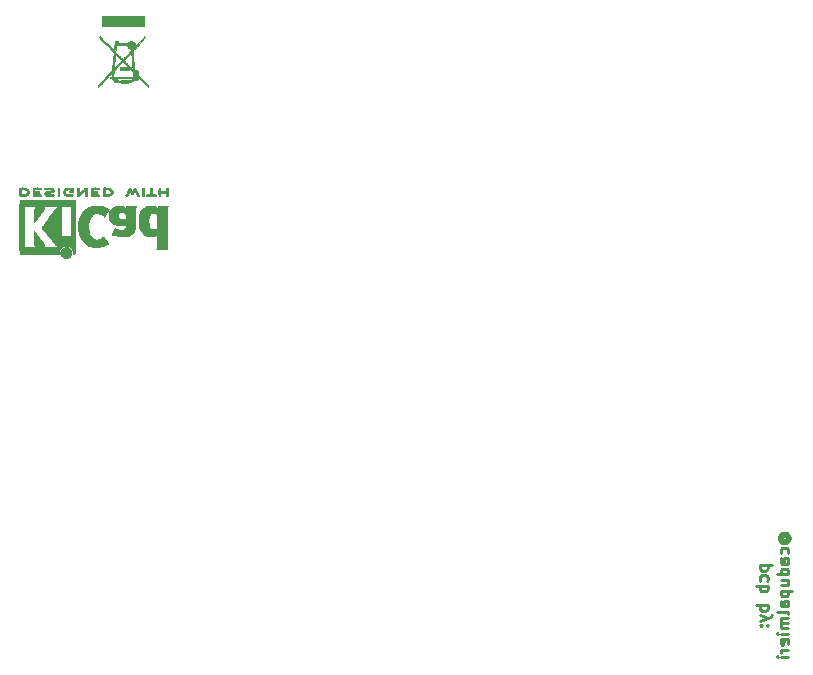
<source format=gbr>
G04 #@! TF.GenerationSoftware,KiCad,Pcbnew,(5.1.5-0-10_14)*
G04 #@! TF.CreationDate,2020-08-14T20:47:28-03:00*
G04 #@! TF.ProjectId,UltraCif,556c7472-6143-4696-962e-6b696361645f,rev?*
G04 #@! TF.SameCoordinates,Original*
G04 #@! TF.FileFunction,Legend,Bot*
G04 #@! TF.FilePolarity,Positive*
%FSLAX46Y46*%
G04 Gerber Fmt 4.6, Leading zero omitted, Abs format (unit mm)*
G04 Created by KiCad (PCBNEW (5.1.5-0-10_14)) date 2020-08-14 20:47:28*
%MOMM*%
%LPD*%
G04 APERTURE LIST*
%ADD10C,0.250000*%
%ADD11C,0.010000*%
G04 APERTURE END LIST*
D10*
X205410714Y-157452380D02*
X206410714Y-157452380D01*
X205458333Y-157452380D02*
X205410714Y-157547619D01*
X205410714Y-157738095D01*
X205458333Y-157833333D01*
X205505952Y-157880952D01*
X205601190Y-157928571D01*
X205886904Y-157928571D01*
X205982142Y-157880952D01*
X206029761Y-157833333D01*
X206077380Y-157738095D01*
X206077380Y-157547619D01*
X206029761Y-157452380D01*
X206029761Y-158785714D02*
X206077380Y-158690476D01*
X206077380Y-158500000D01*
X206029761Y-158404761D01*
X205982142Y-158357142D01*
X205886904Y-158309523D01*
X205601190Y-158309523D01*
X205505952Y-158357142D01*
X205458333Y-158404761D01*
X205410714Y-158500000D01*
X205410714Y-158690476D01*
X205458333Y-158785714D01*
X206077380Y-159214285D02*
X205077380Y-159214285D01*
X205458333Y-159214285D02*
X205410714Y-159309523D01*
X205410714Y-159500000D01*
X205458333Y-159595238D01*
X205505952Y-159642857D01*
X205601190Y-159690476D01*
X205886904Y-159690476D01*
X205982142Y-159642857D01*
X206029761Y-159595238D01*
X206077380Y-159500000D01*
X206077380Y-159309523D01*
X206029761Y-159214285D01*
X206077380Y-160880952D02*
X205077380Y-160880952D01*
X205458333Y-160880952D02*
X205410714Y-160976190D01*
X205410714Y-161166666D01*
X205458333Y-161261904D01*
X205505952Y-161309523D01*
X205601190Y-161357142D01*
X205886904Y-161357142D01*
X205982142Y-161309523D01*
X206029761Y-161261904D01*
X206077380Y-161166666D01*
X206077380Y-160976190D01*
X206029761Y-160880952D01*
X205410714Y-161690476D02*
X206077380Y-161928571D01*
X205410714Y-162166666D02*
X206077380Y-161928571D01*
X206315476Y-161833333D01*
X206363095Y-161785714D01*
X206410714Y-161690476D01*
X205982142Y-162547619D02*
X206029761Y-162595238D01*
X206077380Y-162547619D01*
X206029761Y-162500000D01*
X205982142Y-162547619D01*
X206077380Y-162547619D01*
X205458333Y-162547619D02*
X205505952Y-162595238D01*
X205553571Y-162547619D01*
X205505952Y-162500000D01*
X205458333Y-162547619D01*
X205553571Y-162547619D01*
X207351190Y-155380952D02*
X207303571Y-155333333D01*
X207255952Y-155238095D01*
X207255952Y-155142857D01*
X207303571Y-155047619D01*
X207351190Y-155000000D01*
X207446428Y-154952380D01*
X207541666Y-154952380D01*
X207636904Y-155000000D01*
X207684523Y-155047619D01*
X207732142Y-155142857D01*
X207732142Y-155238095D01*
X207684523Y-155333333D01*
X207636904Y-155380952D01*
X207255952Y-155380952D02*
X207636904Y-155380952D01*
X207684523Y-155428571D01*
X207684523Y-155476190D01*
X207636904Y-155571428D01*
X207541666Y-155619047D01*
X207303571Y-155619047D01*
X207160714Y-155523809D01*
X207065476Y-155380952D01*
X207017857Y-155190476D01*
X207065476Y-155000000D01*
X207160714Y-154857142D01*
X207303571Y-154761904D01*
X207494047Y-154714285D01*
X207684523Y-154761904D01*
X207827380Y-154857142D01*
X207922619Y-155000000D01*
X207970238Y-155190476D01*
X207922619Y-155380952D01*
X207827380Y-155523809D01*
X207779761Y-156476190D02*
X207827380Y-156380952D01*
X207827380Y-156190476D01*
X207779761Y-156095238D01*
X207732142Y-156047619D01*
X207636904Y-156000000D01*
X207351190Y-156000000D01*
X207255952Y-156047619D01*
X207208333Y-156095238D01*
X207160714Y-156190476D01*
X207160714Y-156380952D01*
X207208333Y-156476190D01*
X207827380Y-157333333D02*
X207303571Y-157333333D01*
X207208333Y-157285714D01*
X207160714Y-157190476D01*
X207160714Y-157000000D01*
X207208333Y-156904761D01*
X207779761Y-157333333D02*
X207827380Y-157238095D01*
X207827380Y-157000000D01*
X207779761Y-156904761D01*
X207684523Y-156857142D01*
X207589285Y-156857142D01*
X207494047Y-156904761D01*
X207446428Y-157000000D01*
X207446428Y-157238095D01*
X207398809Y-157333333D01*
X207827380Y-158238095D02*
X206827380Y-158238095D01*
X207779761Y-158238095D02*
X207827380Y-158142857D01*
X207827380Y-157952380D01*
X207779761Y-157857142D01*
X207732142Y-157809523D01*
X207636904Y-157761904D01*
X207351190Y-157761904D01*
X207255952Y-157809523D01*
X207208333Y-157857142D01*
X207160714Y-157952380D01*
X207160714Y-158142857D01*
X207208333Y-158238095D01*
X207160714Y-159142857D02*
X207827380Y-159142857D01*
X207160714Y-158714285D02*
X207684523Y-158714285D01*
X207779761Y-158761904D01*
X207827380Y-158857142D01*
X207827380Y-159000000D01*
X207779761Y-159095238D01*
X207732142Y-159142857D01*
X207160714Y-159619047D02*
X208160714Y-159619047D01*
X207208333Y-159619047D02*
X207160714Y-159714285D01*
X207160714Y-159904761D01*
X207208333Y-160000000D01*
X207255952Y-160047619D01*
X207351190Y-160095238D01*
X207636904Y-160095238D01*
X207732142Y-160047619D01*
X207779761Y-160000000D01*
X207827380Y-159904761D01*
X207827380Y-159714285D01*
X207779761Y-159619047D01*
X207827380Y-160952380D02*
X207303571Y-160952380D01*
X207208333Y-160904761D01*
X207160714Y-160809523D01*
X207160714Y-160619047D01*
X207208333Y-160523809D01*
X207779761Y-160952380D02*
X207827380Y-160857142D01*
X207827380Y-160619047D01*
X207779761Y-160523809D01*
X207684523Y-160476190D01*
X207589285Y-160476190D01*
X207494047Y-160523809D01*
X207446428Y-160619047D01*
X207446428Y-160857142D01*
X207398809Y-160952380D01*
X207827380Y-161571428D02*
X207779761Y-161476190D01*
X207684523Y-161428571D01*
X206827380Y-161428571D01*
X207827380Y-161952380D02*
X207160714Y-161952380D01*
X207255952Y-161952380D02*
X207208333Y-162000000D01*
X207160714Y-162095238D01*
X207160714Y-162238095D01*
X207208333Y-162333333D01*
X207303571Y-162380952D01*
X207827380Y-162380952D01*
X207303571Y-162380952D02*
X207208333Y-162428571D01*
X207160714Y-162523809D01*
X207160714Y-162666666D01*
X207208333Y-162761904D01*
X207303571Y-162809523D01*
X207827380Y-162809523D01*
X207827380Y-163285714D02*
X207160714Y-163285714D01*
X206827380Y-163285714D02*
X206875000Y-163238095D01*
X206922619Y-163285714D01*
X206875000Y-163333333D01*
X206827380Y-163285714D01*
X206922619Y-163285714D01*
X207779761Y-164142857D02*
X207827380Y-164047619D01*
X207827380Y-163857142D01*
X207779761Y-163761904D01*
X207684523Y-163714285D01*
X207303571Y-163714285D01*
X207208333Y-163761904D01*
X207160714Y-163857142D01*
X207160714Y-164047619D01*
X207208333Y-164142857D01*
X207303571Y-164190476D01*
X207398809Y-164190476D01*
X207494047Y-163714285D01*
X207827380Y-164619047D02*
X207160714Y-164619047D01*
X207351190Y-164619047D02*
X207255952Y-164666666D01*
X207208333Y-164714285D01*
X207160714Y-164809523D01*
X207160714Y-164904761D01*
X207827380Y-165238095D02*
X207160714Y-165238095D01*
X206827380Y-165238095D02*
X206875000Y-165190476D01*
X206922619Y-165238095D01*
X206875000Y-165285714D01*
X206827380Y-165238095D01*
X206922619Y-165238095D01*
D11*
G36*
X155228823Y-126225467D02*
G01*
X155260202Y-126203224D01*
X155287911Y-126175515D01*
X155287911Y-125866080D01*
X155287838Y-125774201D01*
X155287495Y-125702160D01*
X155286692Y-125647220D01*
X155285241Y-125606640D01*
X155282952Y-125577683D01*
X155279636Y-125557609D01*
X155275105Y-125543679D01*
X155269169Y-125533155D01*
X155264514Y-125526900D01*
X155233783Y-125502327D01*
X155198496Y-125499659D01*
X155166245Y-125514729D01*
X155155588Y-125523626D01*
X155148464Y-125535443D01*
X155144167Y-125554474D01*
X155141991Y-125585008D01*
X155141228Y-125631338D01*
X155141155Y-125667129D01*
X155141155Y-125801955D01*
X154644444Y-125801955D01*
X154644444Y-125679300D01*
X154643931Y-125623213D01*
X154641876Y-125584667D01*
X154637508Y-125558639D01*
X154630056Y-125540103D01*
X154621047Y-125526900D01*
X154590144Y-125502396D01*
X154555196Y-125499494D01*
X154521738Y-125516911D01*
X154512604Y-125526041D01*
X154506152Y-125538145D01*
X154501897Y-125556999D01*
X154499352Y-125586380D01*
X154498029Y-125630063D01*
X154497443Y-125691825D01*
X154497375Y-125706000D01*
X154496891Y-125822369D01*
X154496641Y-125918273D01*
X154496723Y-125995823D01*
X154497231Y-126057131D01*
X154498262Y-126104310D01*
X154499913Y-126139470D01*
X154502279Y-126164724D01*
X154505457Y-126182183D01*
X154509544Y-126193959D01*
X154514634Y-126202165D01*
X154520266Y-126208355D01*
X154552128Y-126228156D01*
X154585357Y-126225467D01*
X154616735Y-126203224D01*
X154629433Y-126188874D01*
X154637526Y-126173022D01*
X154642042Y-126150446D01*
X154644006Y-126115922D01*
X154644444Y-126064224D01*
X154644444Y-125948711D01*
X155141155Y-125948711D01*
X155141155Y-126067244D01*
X155141662Y-126121852D01*
X155143698Y-126158725D01*
X155148035Y-126182693D01*
X155155447Y-126198585D01*
X155163733Y-126208355D01*
X155195594Y-126228156D01*
X155228823Y-126225467D01*
G37*
X155228823Y-126225467D02*
X155260202Y-126203224D01*
X155287911Y-126175515D01*
X155287911Y-125866080D01*
X155287838Y-125774201D01*
X155287495Y-125702160D01*
X155286692Y-125647220D01*
X155285241Y-125606640D01*
X155282952Y-125577683D01*
X155279636Y-125557609D01*
X155275105Y-125543679D01*
X155269169Y-125533155D01*
X155264514Y-125526900D01*
X155233783Y-125502327D01*
X155198496Y-125499659D01*
X155166245Y-125514729D01*
X155155588Y-125523626D01*
X155148464Y-125535443D01*
X155144167Y-125554474D01*
X155141991Y-125585008D01*
X155141228Y-125631338D01*
X155141155Y-125667129D01*
X155141155Y-125801955D01*
X154644444Y-125801955D01*
X154644444Y-125679300D01*
X154643931Y-125623213D01*
X154641876Y-125584667D01*
X154637508Y-125558639D01*
X154630056Y-125540103D01*
X154621047Y-125526900D01*
X154590144Y-125502396D01*
X154555196Y-125499494D01*
X154521738Y-125516911D01*
X154512604Y-125526041D01*
X154506152Y-125538145D01*
X154501897Y-125556999D01*
X154499352Y-125586380D01*
X154498029Y-125630063D01*
X154497443Y-125691825D01*
X154497375Y-125706000D01*
X154496891Y-125822369D01*
X154496641Y-125918273D01*
X154496723Y-125995823D01*
X154497231Y-126057131D01*
X154498262Y-126104310D01*
X154499913Y-126139470D01*
X154502279Y-126164724D01*
X154505457Y-126182183D01*
X154509544Y-126193959D01*
X154514634Y-126202165D01*
X154520266Y-126208355D01*
X154552128Y-126228156D01*
X154585357Y-126225467D01*
X154616735Y-126203224D01*
X154629433Y-126188874D01*
X154637526Y-126173022D01*
X154642042Y-126150446D01*
X154644006Y-126115922D01*
X154644444Y-126064224D01*
X154644444Y-125948711D01*
X155141155Y-125948711D01*
X155141155Y-126067244D01*
X155141662Y-126121852D01*
X155143698Y-126158725D01*
X155148035Y-126182693D01*
X155155447Y-126198585D01*
X155163733Y-126208355D01*
X155195594Y-126228156D01*
X155228823Y-126225467D01*
G36*
X153963065Y-126230837D02*
G01*
X154041772Y-126230458D01*
X154102863Y-126229667D01*
X154148817Y-126228330D01*
X154182114Y-126226317D01*
X154205236Y-126223494D01*
X154220662Y-126219731D01*
X154230871Y-126214895D01*
X154235813Y-126211178D01*
X154261457Y-126178642D01*
X154264559Y-126144862D01*
X154248711Y-126114174D01*
X154238348Y-126101911D01*
X154227196Y-126093550D01*
X154211035Y-126088343D01*
X154185642Y-126085543D01*
X154146798Y-126084404D01*
X154090280Y-126084179D01*
X154079180Y-126084178D01*
X153933244Y-126084178D01*
X153933244Y-125813244D01*
X153933148Y-125727846D01*
X153932711Y-125662136D01*
X153931712Y-125613226D01*
X153929928Y-125578227D01*
X153927137Y-125554251D01*
X153923117Y-125538407D01*
X153917645Y-125527809D01*
X153910666Y-125519733D01*
X153877734Y-125499888D01*
X153843354Y-125501452D01*
X153812176Y-125524094D01*
X153809886Y-125526900D01*
X153802429Y-125537508D01*
X153796747Y-125549919D01*
X153792601Y-125567150D01*
X153789750Y-125592216D01*
X153787954Y-125628133D01*
X153786972Y-125677917D01*
X153786564Y-125744583D01*
X153786489Y-125820411D01*
X153786489Y-126084178D01*
X153647127Y-126084178D01*
X153587322Y-126084582D01*
X153545918Y-126086160D01*
X153518748Y-126089453D01*
X153501646Y-126095008D01*
X153490443Y-126103369D01*
X153489083Y-126104822D01*
X153472725Y-126138061D01*
X153474172Y-126175638D01*
X153492978Y-126208355D01*
X153500250Y-126214702D01*
X153509627Y-126219734D01*
X153523609Y-126223604D01*
X153544696Y-126226463D01*
X153575389Y-126228465D01*
X153618189Y-126229761D01*
X153675595Y-126230502D01*
X153750110Y-126230842D01*
X153844233Y-126230932D01*
X153864260Y-126230933D01*
X153963065Y-126230837D01*
G37*
X153963065Y-126230837D02*
X154041772Y-126230458D01*
X154102863Y-126229667D01*
X154148817Y-126228330D01*
X154182114Y-126226317D01*
X154205236Y-126223494D01*
X154220662Y-126219731D01*
X154230871Y-126214895D01*
X154235813Y-126211178D01*
X154261457Y-126178642D01*
X154264559Y-126144862D01*
X154248711Y-126114174D01*
X154238348Y-126101911D01*
X154227196Y-126093550D01*
X154211035Y-126088343D01*
X154185642Y-126085543D01*
X154146798Y-126084404D01*
X154090280Y-126084179D01*
X154079180Y-126084178D01*
X153933244Y-126084178D01*
X153933244Y-125813244D01*
X153933148Y-125727846D01*
X153932711Y-125662136D01*
X153931712Y-125613226D01*
X153929928Y-125578227D01*
X153927137Y-125554251D01*
X153923117Y-125538407D01*
X153917645Y-125527809D01*
X153910666Y-125519733D01*
X153877734Y-125499888D01*
X153843354Y-125501452D01*
X153812176Y-125524094D01*
X153809886Y-125526900D01*
X153802429Y-125537508D01*
X153796747Y-125549919D01*
X153792601Y-125567150D01*
X153789750Y-125592216D01*
X153787954Y-125628133D01*
X153786972Y-125677917D01*
X153786564Y-125744583D01*
X153786489Y-125820411D01*
X153786489Y-126084178D01*
X153647127Y-126084178D01*
X153587322Y-126084582D01*
X153545918Y-126086160D01*
X153518748Y-126089453D01*
X153501646Y-126095008D01*
X153490443Y-126103369D01*
X153489083Y-126104822D01*
X153472725Y-126138061D01*
X153474172Y-126175638D01*
X153492978Y-126208355D01*
X153500250Y-126214702D01*
X153509627Y-126219734D01*
X153523609Y-126223604D01*
X153544696Y-126226463D01*
X153575389Y-126228465D01*
X153618189Y-126229761D01*
X153675595Y-126230502D01*
X153750110Y-126230842D01*
X153844233Y-126230932D01*
X153864260Y-126230933D01*
X153963065Y-126230837D01*
G36*
X153188614Y-126224123D02*
G01*
X153212327Y-126209353D01*
X153238978Y-126187773D01*
X153238978Y-125866227D01*
X153238893Y-125772170D01*
X153238529Y-125698068D01*
X153237724Y-125641296D01*
X153236313Y-125599232D01*
X153234133Y-125569252D01*
X153231021Y-125548733D01*
X153226814Y-125535051D01*
X153221348Y-125525584D01*
X153217472Y-125520918D01*
X153186034Y-125500425D01*
X153150233Y-125501261D01*
X153118873Y-125518736D01*
X153092222Y-125540316D01*
X153092222Y-126187773D01*
X153118873Y-126209353D01*
X153144594Y-126225051D01*
X153165600Y-126230933D01*
X153188614Y-126224123D01*
G37*
X153188614Y-126224123D02*
X153212327Y-126209353D01*
X153238978Y-126187773D01*
X153238978Y-125866227D01*
X153238893Y-125772170D01*
X153238529Y-125698068D01*
X153237724Y-125641296D01*
X153236313Y-125599232D01*
X153234133Y-125569252D01*
X153231021Y-125548733D01*
X153226814Y-125535051D01*
X153221348Y-125525584D01*
X153217472Y-125520918D01*
X153186034Y-125500425D01*
X153150233Y-125501261D01*
X153118873Y-125518736D01*
X153092222Y-125540316D01*
X153092222Y-126187773D01*
X153118873Y-126209353D01*
X153144594Y-126225051D01*
X153165600Y-126230933D01*
X153188614Y-126224123D01*
G36*
X152744665Y-126228966D02*
G01*
X152764255Y-126221965D01*
X152765010Y-126221623D01*
X152791613Y-126201322D01*
X152806270Y-126180439D01*
X152809138Y-126170648D01*
X152808996Y-126157639D01*
X152804961Y-126139105D01*
X152796146Y-126112743D01*
X152781669Y-126076248D01*
X152760645Y-126027313D01*
X152732188Y-125963635D01*
X152695415Y-125882907D01*
X152675175Y-125838784D01*
X152638625Y-125760015D01*
X152604315Y-125687577D01*
X152573552Y-125624120D01*
X152547648Y-125572292D01*
X152527910Y-125534741D01*
X152515650Y-125514116D01*
X152513224Y-125511267D01*
X152482183Y-125498698D01*
X152447121Y-125500381D01*
X152419000Y-125515668D01*
X152417854Y-125516911D01*
X152406668Y-125533846D01*
X152387904Y-125566830D01*
X152363875Y-125611620D01*
X152336897Y-125663968D01*
X152327201Y-125683258D01*
X152254014Y-125829850D01*
X152174240Y-125670607D01*
X152145767Y-125615585D01*
X152119350Y-125567868D01*
X152097148Y-125531107D01*
X152081319Y-125508956D01*
X152075954Y-125504259D01*
X152034257Y-125497898D01*
X151999849Y-125511267D01*
X151989728Y-125525554D01*
X151972214Y-125557308D01*
X151948735Y-125603403D01*
X151920720Y-125660715D01*
X151889599Y-125726120D01*
X151856799Y-125796493D01*
X151823750Y-125868709D01*
X151791881Y-125939645D01*
X151762619Y-126006175D01*
X151737395Y-126065174D01*
X151717636Y-126113519D01*
X151704772Y-126148085D01*
X151700231Y-126165747D01*
X151700277Y-126166387D01*
X151711326Y-126188612D01*
X151733410Y-126211247D01*
X151734710Y-126212232D01*
X151761853Y-126227575D01*
X151786958Y-126227426D01*
X151796368Y-126224534D01*
X151807834Y-126218282D01*
X151820010Y-126205986D01*
X151834357Y-126185092D01*
X151852336Y-126153051D01*
X151875407Y-126107312D01*
X151905030Y-126045323D01*
X151931745Y-125988102D01*
X151962480Y-125921774D01*
X151990021Y-125862126D01*
X152012938Y-125812275D01*
X152029798Y-125775336D01*
X152039173Y-125754427D01*
X152040540Y-125751155D01*
X152046689Y-125756503D01*
X152060822Y-125778891D01*
X152081057Y-125815054D01*
X152105515Y-125861723D01*
X152115248Y-125880978D01*
X152148217Y-125945996D01*
X152173643Y-125993346D01*
X152193612Y-126025781D01*
X152210210Y-126046054D01*
X152225524Y-126056918D01*
X152241640Y-126061125D01*
X152252143Y-126061600D01*
X152270670Y-126059958D01*
X152286904Y-126053169D01*
X152303035Y-126038434D01*
X152321251Y-126012956D01*
X152343739Y-125973939D01*
X152372689Y-125918586D01*
X152388662Y-125887097D01*
X152414570Y-125836913D01*
X152437167Y-125795296D01*
X152454458Y-125765758D01*
X152464450Y-125751811D01*
X152465809Y-125751230D01*
X152472261Y-125762207D01*
X152486708Y-125790710D01*
X152507703Y-125833756D01*
X152533797Y-125888362D01*
X152563546Y-125951546D01*
X152578180Y-125982929D01*
X152616250Y-126063922D01*
X152646905Y-126126244D01*
X152671737Y-126171929D01*
X152692337Y-126203011D01*
X152710298Y-126221522D01*
X152727210Y-126229496D01*
X152744665Y-126228966D01*
G37*
X152744665Y-126228966D02*
X152764255Y-126221965D01*
X152765010Y-126221623D01*
X152791613Y-126201322D01*
X152806270Y-126180439D01*
X152809138Y-126170648D01*
X152808996Y-126157639D01*
X152804961Y-126139105D01*
X152796146Y-126112743D01*
X152781669Y-126076248D01*
X152760645Y-126027313D01*
X152732188Y-125963635D01*
X152695415Y-125882907D01*
X152675175Y-125838784D01*
X152638625Y-125760015D01*
X152604315Y-125687577D01*
X152573552Y-125624120D01*
X152547648Y-125572292D01*
X152527910Y-125534741D01*
X152515650Y-125514116D01*
X152513224Y-125511267D01*
X152482183Y-125498698D01*
X152447121Y-125500381D01*
X152419000Y-125515668D01*
X152417854Y-125516911D01*
X152406668Y-125533846D01*
X152387904Y-125566830D01*
X152363875Y-125611620D01*
X152336897Y-125663968D01*
X152327201Y-125683258D01*
X152254014Y-125829850D01*
X152174240Y-125670607D01*
X152145767Y-125615585D01*
X152119350Y-125567868D01*
X152097148Y-125531107D01*
X152081319Y-125508956D01*
X152075954Y-125504259D01*
X152034257Y-125497898D01*
X151999849Y-125511267D01*
X151989728Y-125525554D01*
X151972214Y-125557308D01*
X151948735Y-125603403D01*
X151920720Y-125660715D01*
X151889599Y-125726120D01*
X151856799Y-125796493D01*
X151823750Y-125868709D01*
X151791881Y-125939645D01*
X151762619Y-126006175D01*
X151737395Y-126065174D01*
X151717636Y-126113519D01*
X151704772Y-126148085D01*
X151700231Y-126165747D01*
X151700277Y-126166387D01*
X151711326Y-126188612D01*
X151733410Y-126211247D01*
X151734710Y-126212232D01*
X151761853Y-126227575D01*
X151786958Y-126227426D01*
X151796368Y-126224534D01*
X151807834Y-126218282D01*
X151820010Y-126205986D01*
X151834357Y-126185092D01*
X151852336Y-126153051D01*
X151875407Y-126107312D01*
X151905030Y-126045323D01*
X151931745Y-125988102D01*
X151962480Y-125921774D01*
X151990021Y-125862126D01*
X152012938Y-125812275D01*
X152029798Y-125775336D01*
X152039173Y-125754427D01*
X152040540Y-125751155D01*
X152046689Y-125756503D01*
X152060822Y-125778891D01*
X152081057Y-125815054D01*
X152105515Y-125861723D01*
X152115248Y-125880978D01*
X152148217Y-125945996D01*
X152173643Y-125993346D01*
X152193612Y-126025781D01*
X152210210Y-126046054D01*
X152225524Y-126056918D01*
X152241640Y-126061125D01*
X152252143Y-126061600D01*
X152270670Y-126059958D01*
X152286904Y-126053169D01*
X152303035Y-126038434D01*
X152321251Y-126012956D01*
X152343739Y-125973939D01*
X152372689Y-125918586D01*
X152388662Y-125887097D01*
X152414570Y-125836913D01*
X152437167Y-125795296D01*
X152454458Y-125765758D01*
X152464450Y-125751811D01*
X152465809Y-125751230D01*
X152472261Y-125762207D01*
X152486708Y-125790710D01*
X152507703Y-125833756D01*
X152533797Y-125888362D01*
X152563546Y-125951546D01*
X152578180Y-125982929D01*
X152616250Y-126063922D01*
X152646905Y-126126244D01*
X152671737Y-126171929D01*
X152692337Y-126203011D01*
X152710298Y-126221522D01*
X152727210Y-126229496D01*
X152744665Y-126228966D01*
G36*
X150018309Y-126230725D02*
G01*
X150147288Y-126226364D01*
X150256991Y-126213139D01*
X150349226Y-126190259D01*
X150425802Y-126156930D01*
X150488527Y-126112362D01*
X150539212Y-126055764D01*
X150579663Y-125986342D01*
X150580459Y-125984649D01*
X150604601Y-125922517D01*
X150613203Y-125867491D01*
X150606231Y-125812113D01*
X150583654Y-125748927D01*
X150579372Y-125739311D01*
X150550172Y-125683034D01*
X150517356Y-125639549D01*
X150475002Y-125602583D01*
X150417190Y-125565865D01*
X150413831Y-125563948D01*
X150363504Y-125539773D01*
X150306621Y-125521718D01*
X150239527Y-125509161D01*
X150158565Y-125501478D01*
X150060082Y-125498047D01*
X150025286Y-125497749D01*
X149859594Y-125497155D01*
X149836197Y-125526900D01*
X149829257Y-125536681D01*
X149823842Y-125548103D01*
X149819765Y-125563905D01*
X149816837Y-125586825D01*
X149814867Y-125619604D01*
X149814225Y-125643911D01*
X149970844Y-125643911D01*
X150064726Y-125643911D01*
X150119664Y-125645517D01*
X150176060Y-125649745D01*
X150222345Y-125655708D01*
X150225139Y-125656210D01*
X150307348Y-125678264D01*
X150371114Y-125711400D01*
X150418452Y-125757153D01*
X150451382Y-125817061D01*
X150457108Y-125832939D01*
X150462721Y-125857667D01*
X150460291Y-125882098D01*
X150448467Y-125914600D01*
X150441340Y-125930566D01*
X150418000Y-125972994D01*
X150389880Y-126002760D01*
X150358940Y-126023489D01*
X150296966Y-126050463D01*
X150217651Y-126070002D01*
X150125253Y-126081254D01*
X150058333Y-126083730D01*
X149970844Y-126084178D01*
X149970844Y-125643911D01*
X149814225Y-125643911D01*
X149813668Y-125664979D01*
X149813050Y-125725689D01*
X149812825Y-125804474D01*
X149812800Y-125866080D01*
X149812800Y-126175515D01*
X149840509Y-126203224D01*
X149852806Y-126214456D01*
X149866103Y-126222147D01*
X149884672Y-126226960D01*
X149912786Y-126229554D01*
X149954717Y-126230590D01*
X150014737Y-126230730D01*
X150018309Y-126230725D01*
G37*
X150018309Y-126230725D02*
X150147288Y-126226364D01*
X150256991Y-126213139D01*
X150349226Y-126190259D01*
X150425802Y-126156930D01*
X150488527Y-126112362D01*
X150539212Y-126055764D01*
X150579663Y-125986342D01*
X150580459Y-125984649D01*
X150604601Y-125922517D01*
X150613203Y-125867491D01*
X150606231Y-125812113D01*
X150583654Y-125748927D01*
X150579372Y-125739311D01*
X150550172Y-125683034D01*
X150517356Y-125639549D01*
X150475002Y-125602583D01*
X150417190Y-125565865D01*
X150413831Y-125563948D01*
X150363504Y-125539773D01*
X150306621Y-125521718D01*
X150239527Y-125509161D01*
X150158565Y-125501478D01*
X150060082Y-125498047D01*
X150025286Y-125497749D01*
X149859594Y-125497155D01*
X149836197Y-125526900D01*
X149829257Y-125536681D01*
X149823842Y-125548103D01*
X149819765Y-125563905D01*
X149816837Y-125586825D01*
X149814867Y-125619604D01*
X149814225Y-125643911D01*
X149970844Y-125643911D01*
X150064726Y-125643911D01*
X150119664Y-125645517D01*
X150176060Y-125649745D01*
X150222345Y-125655708D01*
X150225139Y-125656210D01*
X150307348Y-125678264D01*
X150371114Y-125711400D01*
X150418452Y-125757153D01*
X150451382Y-125817061D01*
X150457108Y-125832939D01*
X150462721Y-125857667D01*
X150460291Y-125882098D01*
X150448467Y-125914600D01*
X150441340Y-125930566D01*
X150418000Y-125972994D01*
X150389880Y-126002760D01*
X150358940Y-126023489D01*
X150296966Y-126050463D01*
X150217651Y-126070002D01*
X150125253Y-126081254D01*
X150058333Y-126083730D01*
X149970844Y-126084178D01*
X149970844Y-125643911D01*
X149814225Y-125643911D01*
X149813668Y-125664979D01*
X149813050Y-125725689D01*
X149812825Y-125804474D01*
X149812800Y-125866080D01*
X149812800Y-126175515D01*
X149840509Y-126203224D01*
X149852806Y-126214456D01*
X149866103Y-126222147D01*
X149884672Y-126226960D01*
X149912786Y-126229554D01*
X149954717Y-126230590D01*
X150014737Y-126230730D01*
X150018309Y-126230725D01*
G36*
X149230343Y-126230740D02*
G01*
X149306701Y-126229826D01*
X149365217Y-126227689D01*
X149408255Y-126223825D01*
X149438183Y-126217733D01*
X149457368Y-126208910D01*
X149468176Y-126196854D01*
X149472973Y-126181061D01*
X149474127Y-126161030D01*
X149474133Y-126158665D01*
X149473131Y-126136008D01*
X149468396Y-126118497D01*
X149457333Y-126105426D01*
X149437348Y-126096087D01*
X149405846Y-126089773D01*
X149360232Y-126085778D01*
X149297913Y-126083394D01*
X149216293Y-126081914D01*
X149191277Y-126081586D01*
X148949200Y-126078533D01*
X148945814Y-126013622D01*
X148942429Y-125948711D01*
X149110576Y-125948711D01*
X149176266Y-125948469D01*
X149223172Y-125947444D01*
X149255083Y-125945189D01*
X149275791Y-125941258D01*
X149289084Y-125935202D01*
X149298755Y-125926576D01*
X149298817Y-125926507D01*
X149316356Y-125892888D01*
X149315722Y-125856552D01*
X149297314Y-125825577D01*
X149293671Y-125822393D01*
X149280741Y-125814188D01*
X149263024Y-125808479D01*
X149236570Y-125804838D01*
X149197432Y-125802833D01*
X149141662Y-125802036D01*
X149105994Y-125801955D01*
X148943555Y-125801955D01*
X148943555Y-125643911D01*
X149190161Y-125643911D01*
X149271580Y-125643769D01*
X149333410Y-125643186D01*
X149378637Y-125641932D01*
X149410248Y-125639773D01*
X149431231Y-125636477D01*
X149444573Y-125631811D01*
X149453261Y-125625543D01*
X149455450Y-125623267D01*
X149471614Y-125591720D01*
X149472797Y-125555832D01*
X149459536Y-125524715D01*
X149449043Y-125514729D01*
X149438129Y-125509231D01*
X149421217Y-125504978D01*
X149395633Y-125501820D01*
X149358701Y-125499608D01*
X149307746Y-125498194D01*
X149240094Y-125497428D01*
X149153069Y-125497162D01*
X149133394Y-125497155D01*
X149044911Y-125497213D01*
X148976227Y-125497533D01*
X148924564Y-125498333D01*
X148887145Y-125499833D01*
X148861190Y-125502251D01*
X148843922Y-125505806D01*
X148832562Y-125510718D01*
X148824332Y-125517205D01*
X148819817Y-125521862D01*
X148813021Y-125530111D01*
X148807712Y-125540331D01*
X148803706Y-125555200D01*
X148800821Y-125577398D01*
X148798874Y-125609607D01*
X148797681Y-125654504D01*
X148797061Y-125714772D01*
X148796829Y-125793089D01*
X148796800Y-125859006D01*
X148796871Y-125951372D01*
X148797208Y-126023883D01*
X148797998Y-126079263D01*
X148799426Y-126120235D01*
X148801679Y-126149522D01*
X148804943Y-126169847D01*
X148809404Y-126183934D01*
X148815248Y-126194505D01*
X148820197Y-126201189D01*
X148843594Y-126230933D01*
X149133774Y-126230933D01*
X149230343Y-126230740D01*
G37*
X149230343Y-126230740D02*
X149306701Y-126229826D01*
X149365217Y-126227689D01*
X149408255Y-126223825D01*
X149438183Y-126217733D01*
X149457368Y-126208910D01*
X149468176Y-126196854D01*
X149472973Y-126181061D01*
X149474127Y-126161030D01*
X149474133Y-126158665D01*
X149473131Y-126136008D01*
X149468396Y-126118497D01*
X149457333Y-126105426D01*
X149437348Y-126096087D01*
X149405846Y-126089773D01*
X149360232Y-126085778D01*
X149297913Y-126083394D01*
X149216293Y-126081914D01*
X149191277Y-126081586D01*
X148949200Y-126078533D01*
X148945814Y-126013622D01*
X148942429Y-125948711D01*
X149110576Y-125948711D01*
X149176266Y-125948469D01*
X149223172Y-125947444D01*
X149255083Y-125945189D01*
X149275791Y-125941258D01*
X149289084Y-125935202D01*
X149298755Y-125926576D01*
X149298817Y-125926507D01*
X149316356Y-125892888D01*
X149315722Y-125856552D01*
X149297314Y-125825577D01*
X149293671Y-125822393D01*
X149280741Y-125814188D01*
X149263024Y-125808479D01*
X149236570Y-125804838D01*
X149197432Y-125802833D01*
X149141662Y-125802036D01*
X149105994Y-125801955D01*
X148943555Y-125801955D01*
X148943555Y-125643911D01*
X149190161Y-125643911D01*
X149271580Y-125643769D01*
X149333410Y-125643186D01*
X149378637Y-125641932D01*
X149410248Y-125639773D01*
X149431231Y-125636477D01*
X149444573Y-125631811D01*
X149453261Y-125625543D01*
X149455450Y-125623267D01*
X149471614Y-125591720D01*
X149472797Y-125555832D01*
X149459536Y-125524715D01*
X149449043Y-125514729D01*
X149438129Y-125509231D01*
X149421217Y-125504978D01*
X149395633Y-125501820D01*
X149358701Y-125499608D01*
X149307746Y-125498194D01*
X149240094Y-125497428D01*
X149153069Y-125497162D01*
X149133394Y-125497155D01*
X149044911Y-125497213D01*
X148976227Y-125497533D01*
X148924564Y-125498333D01*
X148887145Y-125499833D01*
X148861190Y-125502251D01*
X148843922Y-125505806D01*
X148832562Y-125510718D01*
X148824332Y-125517205D01*
X148819817Y-125521862D01*
X148813021Y-125530111D01*
X148807712Y-125540331D01*
X148803706Y-125555200D01*
X148800821Y-125577398D01*
X148798874Y-125609607D01*
X148797681Y-125654504D01*
X148797061Y-125714772D01*
X148796829Y-125793089D01*
X148796800Y-125859006D01*
X148796871Y-125951372D01*
X148797208Y-126023883D01*
X148797998Y-126079263D01*
X148799426Y-126120235D01*
X148801679Y-126149522D01*
X148804943Y-126169847D01*
X148809404Y-126183934D01*
X148815248Y-126194505D01*
X148820197Y-126201189D01*
X148843594Y-126230933D01*
X149133774Y-126230933D01*
X149230343Y-126230740D01*
G36*
X147699886Y-126226552D02*
G01*
X147723452Y-126212727D01*
X147754265Y-126190119D01*
X147793922Y-126157662D01*
X147844020Y-126114292D01*
X147906157Y-126058942D01*
X147981928Y-125990549D01*
X148068666Y-125911916D01*
X148249289Y-125748122D01*
X148254933Y-125967971D01*
X148256971Y-126043649D01*
X148258937Y-126100006D01*
X148261266Y-126140294D01*
X148264394Y-126167765D01*
X148268755Y-126185671D01*
X148274784Y-126197263D01*
X148282916Y-126205792D01*
X148287228Y-126209377D01*
X148321759Y-126228330D01*
X148354617Y-126225559D01*
X148380682Y-126209367D01*
X148407333Y-126187801D01*
X148410648Y-125872849D01*
X148411565Y-125780221D01*
X148412032Y-125707456D01*
X148411887Y-125651839D01*
X148410968Y-125610658D01*
X148409113Y-125581197D01*
X148406161Y-125560745D01*
X148401950Y-125546587D01*
X148396318Y-125536009D01*
X148390073Y-125527526D01*
X148376561Y-125511793D01*
X148363117Y-125501364D01*
X148347876Y-125497361D01*
X148328974Y-125500906D01*
X148304545Y-125513121D01*
X148272727Y-125535129D01*
X148231652Y-125568051D01*
X148179458Y-125613009D01*
X148114278Y-125671125D01*
X148040444Y-125737901D01*
X147775155Y-125978542D01*
X147769511Y-125759411D01*
X147767469Y-125683872D01*
X147765498Y-125627646D01*
X147763161Y-125587476D01*
X147760019Y-125560104D01*
X147755636Y-125542272D01*
X147749576Y-125530721D01*
X147741400Y-125522193D01*
X147737216Y-125518718D01*
X147700235Y-125499628D01*
X147665292Y-125502507D01*
X147634864Y-125526900D01*
X147627903Y-125536714D01*
X147622477Y-125548174D01*
X147618397Y-125564032D01*
X147615471Y-125587037D01*
X147613508Y-125619938D01*
X147612317Y-125665484D01*
X147611708Y-125726427D01*
X147611489Y-125805514D01*
X147611466Y-125864044D01*
X147611540Y-125955593D01*
X147611887Y-126027313D01*
X147612699Y-126081955D01*
X147614167Y-126122268D01*
X147616481Y-126151002D01*
X147619833Y-126170907D01*
X147624412Y-126184732D01*
X147630411Y-126195228D01*
X147634864Y-126201189D01*
X147646150Y-126215309D01*
X147656699Y-126225971D01*
X147668107Y-126232108D01*
X147681970Y-126232657D01*
X147699886Y-126226552D01*
G37*
X147699886Y-126226552D02*
X147723452Y-126212727D01*
X147754265Y-126190119D01*
X147793922Y-126157662D01*
X147844020Y-126114292D01*
X147906157Y-126058942D01*
X147981928Y-125990549D01*
X148068666Y-125911916D01*
X148249289Y-125748122D01*
X148254933Y-125967971D01*
X148256971Y-126043649D01*
X148258937Y-126100006D01*
X148261266Y-126140294D01*
X148264394Y-126167765D01*
X148268755Y-126185671D01*
X148274784Y-126197263D01*
X148282916Y-126205792D01*
X148287228Y-126209377D01*
X148321759Y-126228330D01*
X148354617Y-126225559D01*
X148380682Y-126209367D01*
X148407333Y-126187801D01*
X148410648Y-125872849D01*
X148411565Y-125780221D01*
X148412032Y-125707456D01*
X148411887Y-125651839D01*
X148410968Y-125610658D01*
X148409113Y-125581197D01*
X148406161Y-125560745D01*
X148401950Y-125546587D01*
X148396318Y-125536009D01*
X148390073Y-125527526D01*
X148376561Y-125511793D01*
X148363117Y-125501364D01*
X148347876Y-125497361D01*
X148328974Y-125500906D01*
X148304545Y-125513121D01*
X148272727Y-125535129D01*
X148231652Y-125568051D01*
X148179458Y-125613009D01*
X148114278Y-125671125D01*
X148040444Y-125737901D01*
X147775155Y-125978542D01*
X147769511Y-125759411D01*
X147767469Y-125683872D01*
X147765498Y-125627646D01*
X147763161Y-125587476D01*
X147760019Y-125560104D01*
X147755636Y-125542272D01*
X147749576Y-125530721D01*
X147741400Y-125522193D01*
X147737216Y-125518718D01*
X147700235Y-125499628D01*
X147665292Y-125502507D01*
X147634864Y-125526900D01*
X147627903Y-125536714D01*
X147622477Y-125548174D01*
X147618397Y-125564032D01*
X147615471Y-125587037D01*
X147613508Y-125619938D01*
X147612317Y-125665484D01*
X147611708Y-125726427D01*
X147611489Y-125805514D01*
X147611466Y-125864044D01*
X147611540Y-125955593D01*
X147611887Y-126027313D01*
X147612699Y-126081955D01*
X147614167Y-126122268D01*
X147616481Y-126151002D01*
X147619833Y-126170907D01*
X147624412Y-126184732D01*
X147630411Y-126195228D01*
X147634864Y-126201189D01*
X147646150Y-126215309D01*
X147656699Y-126225971D01*
X147668107Y-126232108D01*
X147681970Y-126232657D01*
X147699886Y-126226552D01*
G36*
X147049919Y-126225401D02*
G01*
X147118435Y-126213905D01*
X147171057Y-126196033D01*
X147205292Y-126172501D01*
X147214621Y-126159076D01*
X147224107Y-126127852D01*
X147217723Y-126099605D01*
X147197570Y-126072818D01*
X147166255Y-126060287D01*
X147120817Y-126061304D01*
X147085674Y-126068094D01*
X147007581Y-126081029D01*
X146927774Y-126082258D01*
X146838445Y-126071759D01*
X146813771Y-126067310D01*
X146730709Y-126043892D01*
X146665727Y-126009055D01*
X146619539Y-125963396D01*
X146592855Y-125907506D01*
X146587337Y-125878612D01*
X146590949Y-125819988D01*
X146614271Y-125768121D01*
X146655176Y-125724022D01*
X146711541Y-125688701D01*
X146781240Y-125663171D01*
X146862148Y-125648441D01*
X146952140Y-125645522D01*
X147049090Y-125655425D01*
X147054564Y-125656359D01*
X147093125Y-125663541D01*
X147114506Y-125670479D01*
X147123773Y-125680773D01*
X147125994Y-125698024D01*
X147126044Y-125707159D01*
X147126044Y-125745511D01*
X147057569Y-125745511D01*
X146997100Y-125749653D01*
X146955835Y-125762853D01*
X146931825Y-125786270D01*
X146923123Y-125821064D01*
X146923017Y-125825606D01*
X146928108Y-125855346D01*
X146945567Y-125876581D01*
X146978061Y-125890634D01*
X147028257Y-125898827D01*
X147076877Y-125901839D01*
X147147544Y-125903567D01*
X147198802Y-125900930D01*
X147233761Y-125891200D01*
X147255530Y-125871647D01*
X147267220Y-125839544D01*
X147271940Y-125792162D01*
X147272800Y-125729929D01*
X147271391Y-125660465D01*
X147267152Y-125613214D01*
X147260064Y-125587988D01*
X147258689Y-125586012D01*
X147219772Y-125554492D01*
X147162714Y-125529530D01*
X147091131Y-125511660D01*
X147008642Y-125501414D01*
X146918861Y-125499327D01*
X146825408Y-125505932D01*
X146770444Y-125514044D01*
X146684234Y-125538446D01*
X146604108Y-125578338D01*
X146537023Y-125630113D01*
X146526827Y-125640461D01*
X146493698Y-125683965D01*
X146463806Y-125737882D01*
X146440643Y-125794408D01*
X146427702Y-125845741D01*
X146426142Y-125865456D01*
X146432782Y-125906581D01*
X146450432Y-125957748D01*
X146475703Y-126011606D01*
X146505211Y-126060805D01*
X146531281Y-126093666D01*
X146592235Y-126142548D01*
X146671031Y-126181455D01*
X146764843Y-126209506D01*
X146870850Y-126225821D01*
X146968000Y-126229808D01*
X147049919Y-126225401D01*
G37*
X147049919Y-126225401D02*
X147118435Y-126213905D01*
X147171057Y-126196033D01*
X147205292Y-126172501D01*
X147214621Y-126159076D01*
X147224107Y-126127852D01*
X147217723Y-126099605D01*
X147197570Y-126072818D01*
X147166255Y-126060287D01*
X147120817Y-126061304D01*
X147085674Y-126068094D01*
X147007581Y-126081029D01*
X146927774Y-126082258D01*
X146838445Y-126071759D01*
X146813771Y-126067310D01*
X146730709Y-126043892D01*
X146665727Y-126009055D01*
X146619539Y-125963396D01*
X146592855Y-125907506D01*
X146587337Y-125878612D01*
X146590949Y-125819988D01*
X146614271Y-125768121D01*
X146655176Y-125724022D01*
X146711541Y-125688701D01*
X146781240Y-125663171D01*
X146862148Y-125648441D01*
X146952140Y-125645522D01*
X147049090Y-125655425D01*
X147054564Y-125656359D01*
X147093125Y-125663541D01*
X147114506Y-125670479D01*
X147123773Y-125680773D01*
X147125994Y-125698024D01*
X147126044Y-125707159D01*
X147126044Y-125745511D01*
X147057569Y-125745511D01*
X146997100Y-125749653D01*
X146955835Y-125762853D01*
X146931825Y-125786270D01*
X146923123Y-125821064D01*
X146923017Y-125825606D01*
X146928108Y-125855346D01*
X146945567Y-125876581D01*
X146978061Y-125890634D01*
X147028257Y-125898827D01*
X147076877Y-125901839D01*
X147147544Y-125903567D01*
X147198802Y-125900930D01*
X147233761Y-125891200D01*
X147255530Y-125871647D01*
X147267220Y-125839544D01*
X147271940Y-125792162D01*
X147272800Y-125729929D01*
X147271391Y-125660465D01*
X147267152Y-125613214D01*
X147260064Y-125587988D01*
X147258689Y-125586012D01*
X147219772Y-125554492D01*
X147162714Y-125529530D01*
X147091131Y-125511660D01*
X147008642Y-125501414D01*
X146918861Y-125499327D01*
X146825408Y-125505932D01*
X146770444Y-125514044D01*
X146684234Y-125538446D01*
X146604108Y-125578338D01*
X146537023Y-125630113D01*
X146526827Y-125640461D01*
X146493698Y-125683965D01*
X146463806Y-125737882D01*
X146440643Y-125794408D01*
X146427702Y-125845741D01*
X146426142Y-125865456D01*
X146432782Y-125906581D01*
X146450432Y-125957748D01*
X146475703Y-126011606D01*
X146505211Y-126060805D01*
X146531281Y-126093666D01*
X146592235Y-126142548D01*
X146671031Y-126181455D01*
X146764843Y-126209506D01*
X146870850Y-126225821D01*
X146968000Y-126229808D01*
X147049919Y-126225401D01*
G36*
X146076178Y-126208355D02*
G01*
X146082758Y-126200782D01*
X146087921Y-126191013D01*
X146091836Y-126176429D01*
X146094676Y-126154415D01*
X146096613Y-126122352D01*
X146097817Y-126077625D01*
X146098461Y-126017615D01*
X146098716Y-125939706D01*
X146098755Y-125864044D01*
X146098686Y-125770198D01*
X146098362Y-125696311D01*
X146097614Y-125639768D01*
X146096268Y-125597951D01*
X146094154Y-125568243D01*
X146091100Y-125548027D01*
X146086934Y-125534686D01*
X146081484Y-125525602D01*
X146076178Y-125519733D01*
X146043174Y-125500053D01*
X146008009Y-125501819D01*
X145976545Y-125523283D01*
X145969316Y-125531663D01*
X145963666Y-125541386D01*
X145959401Y-125555139D01*
X145956327Y-125575611D01*
X145954248Y-125605488D01*
X145952970Y-125647459D01*
X145952299Y-125704211D01*
X145952041Y-125778433D01*
X145952000Y-125862463D01*
X145952000Y-126175515D01*
X145979709Y-126203224D01*
X146013863Y-126226537D01*
X146046994Y-126227377D01*
X146076178Y-126208355D01*
G37*
X146076178Y-126208355D02*
X146082758Y-126200782D01*
X146087921Y-126191013D01*
X146091836Y-126176429D01*
X146094676Y-126154415D01*
X146096613Y-126122352D01*
X146097817Y-126077625D01*
X146098461Y-126017615D01*
X146098716Y-125939706D01*
X146098755Y-125864044D01*
X146098686Y-125770198D01*
X146098362Y-125696311D01*
X146097614Y-125639768D01*
X146096268Y-125597951D01*
X146094154Y-125568243D01*
X146091100Y-125548027D01*
X146086934Y-125534686D01*
X146081484Y-125525602D01*
X146076178Y-125519733D01*
X146043174Y-125500053D01*
X146008009Y-125501819D01*
X145976545Y-125523283D01*
X145969316Y-125531663D01*
X145963666Y-125541386D01*
X145959401Y-125555139D01*
X145956327Y-125575611D01*
X145954248Y-125605488D01*
X145952970Y-125647459D01*
X145952299Y-125704211D01*
X145952041Y-125778433D01*
X145952000Y-125862463D01*
X145952000Y-126175515D01*
X145979709Y-126203224D01*
X146013863Y-126226537D01*
X146046994Y-126227377D01*
X146076178Y-126208355D01*
G36*
X145308297Y-126229649D02*
G01*
X145383112Y-126224419D01*
X145452694Y-126216250D01*
X145512998Y-126205450D01*
X145559980Y-126192327D01*
X145589594Y-126177187D01*
X145594140Y-126172731D01*
X145609946Y-126138150D01*
X145605153Y-126102649D01*
X145580636Y-126072275D01*
X145579466Y-126071404D01*
X145565046Y-126062046D01*
X145549992Y-126057124D01*
X145528995Y-126056527D01*
X145496743Y-126060139D01*
X145447927Y-126067846D01*
X145444000Y-126068495D01*
X145371261Y-126077431D01*
X145292783Y-126081839D01*
X145214073Y-126081881D01*
X145140639Y-126077721D01*
X145077989Y-126069521D01*
X145031630Y-126057443D01*
X145028584Y-126056229D01*
X144994952Y-126037385D01*
X144983136Y-126018315D01*
X144992386Y-125999561D01*
X145021953Y-125981663D01*
X145071089Y-125965163D01*
X145139043Y-125950604D01*
X145184355Y-125943594D01*
X145278544Y-125930111D01*
X145353456Y-125917786D01*
X145412283Y-125905551D01*
X145458215Y-125892339D01*
X145494445Y-125877083D01*
X145524162Y-125858715D01*
X145550558Y-125836169D01*
X145571770Y-125814029D01*
X145596935Y-125783181D01*
X145609319Y-125756655D01*
X145613192Y-125723974D01*
X145613333Y-125712005D01*
X145610424Y-125672288D01*
X145598798Y-125642741D01*
X145578677Y-125616514D01*
X145537784Y-125576424D01*
X145492183Y-125545851D01*
X145438487Y-125523797D01*
X145373308Y-125509265D01*
X145293256Y-125501259D01*
X145194943Y-125498782D01*
X145178711Y-125498823D01*
X145113151Y-125500182D01*
X145048134Y-125503270D01*
X144990748Y-125507644D01*
X144948078Y-125512860D01*
X144944628Y-125513459D01*
X144902204Y-125523509D01*
X144866220Y-125536204D01*
X144845850Y-125547810D01*
X144826893Y-125578428D01*
X144825573Y-125614082D01*
X144841915Y-125645856D01*
X144845571Y-125649449D01*
X144860685Y-125660124D01*
X144879585Y-125664724D01*
X144908838Y-125663941D01*
X144944349Y-125659873D01*
X144984030Y-125656238D01*
X145039655Y-125653172D01*
X145104594Y-125650947D01*
X145172215Y-125649836D01*
X145190000Y-125649763D01*
X145257872Y-125650036D01*
X145307546Y-125651354D01*
X145343390Y-125654173D01*
X145369776Y-125658950D01*
X145391074Y-125666143D01*
X145403874Y-125672133D01*
X145432000Y-125688767D01*
X145449932Y-125703832D01*
X145452553Y-125708103D01*
X145447024Y-125725737D01*
X145420740Y-125742808D01*
X145375522Y-125758542D01*
X145313192Y-125772162D01*
X145294829Y-125775196D01*
X145198910Y-125790262D01*
X145122359Y-125802854D01*
X145062220Y-125813889D01*
X145015540Y-125824280D01*
X144979363Y-125834944D01*
X144950735Y-125846795D01*
X144926702Y-125860749D01*
X144904308Y-125877719D01*
X144880598Y-125898622D01*
X144872620Y-125905951D01*
X144844647Y-125933301D01*
X144829840Y-125954971D01*
X144824048Y-125979768D01*
X144823111Y-126011017D01*
X144833425Y-126072295D01*
X144864248Y-126124360D01*
X144915405Y-126167042D01*
X144986717Y-126200175D01*
X145037600Y-126215036D01*
X145092900Y-126224634D01*
X145159147Y-126230064D01*
X145232294Y-126231633D01*
X145308297Y-126229649D01*
G37*
X145308297Y-126229649D02*
X145383112Y-126224419D01*
X145452694Y-126216250D01*
X145512998Y-126205450D01*
X145559980Y-126192327D01*
X145589594Y-126177187D01*
X145594140Y-126172731D01*
X145609946Y-126138150D01*
X145605153Y-126102649D01*
X145580636Y-126072275D01*
X145579466Y-126071404D01*
X145565046Y-126062046D01*
X145549992Y-126057124D01*
X145528995Y-126056527D01*
X145496743Y-126060139D01*
X145447927Y-126067846D01*
X145444000Y-126068495D01*
X145371261Y-126077431D01*
X145292783Y-126081839D01*
X145214073Y-126081881D01*
X145140639Y-126077721D01*
X145077989Y-126069521D01*
X145031630Y-126057443D01*
X145028584Y-126056229D01*
X144994952Y-126037385D01*
X144983136Y-126018315D01*
X144992386Y-125999561D01*
X145021953Y-125981663D01*
X145071089Y-125965163D01*
X145139043Y-125950604D01*
X145184355Y-125943594D01*
X145278544Y-125930111D01*
X145353456Y-125917786D01*
X145412283Y-125905551D01*
X145458215Y-125892339D01*
X145494445Y-125877083D01*
X145524162Y-125858715D01*
X145550558Y-125836169D01*
X145571770Y-125814029D01*
X145596935Y-125783181D01*
X145609319Y-125756655D01*
X145613192Y-125723974D01*
X145613333Y-125712005D01*
X145610424Y-125672288D01*
X145598798Y-125642741D01*
X145578677Y-125616514D01*
X145537784Y-125576424D01*
X145492183Y-125545851D01*
X145438487Y-125523797D01*
X145373308Y-125509265D01*
X145293256Y-125501259D01*
X145194943Y-125498782D01*
X145178711Y-125498823D01*
X145113151Y-125500182D01*
X145048134Y-125503270D01*
X144990748Y-125507644D01*
X144948078Y-125512860D01*
X144944628Y-125513459D01*
X144902204Y-125523509D01*
X144866220Y-125536204D01*
X144845850Y-125547810D01*
X144826893Y-125578428D01*
X144825573Y-125614082D01*
X144841915Y-125645856D01*
X144845571Y-125649449D01*
X144860685Y-125660124D01*
X144879585Y-125664724D01*
X144908838Y-125663941D01*
X144944349Y-125659873D01*
X144984030Y-125656238D01*
X145039655Y-125653172D01*
X145104594Y-125650947D01*
X145172215Y-125649836D01*
X145190000Y-125649763D01*
X145257872Y-125650036D01*
X145307546Y-125651354D01*
X145343390Y-125654173D01*
X145369776Y-125658950D01*
X145391074Y-125666143D01*
X145403874Y-125672133D01*
X145432000Y-125688767D01*
X145449932Y-125703832D01*
X145452553Y-125708103D01*
X145447024Y-125725737D01*
X145420740Y-125742808D01*
X145375522Y-125758542D01*
X145313192Y-125772162D01*
X145294829Y-125775196D01*
X145198910Y-125790262D01*
X145122359Y-125802854D01*
X145062220Y-125813889D01*
X145015540Y-125824280D01*
X144979363Y-125834944D01*
X144950735Y-125846795D01*
X144926702Y-125860749D01*
X144904308Y-125877719D01*
X144880598Y-125898622D01*
X144872620Y-125905951D01*
X144844647Y-125933301D01*
X144829840Y-125954971D01*
X144824048Y-125979768D01*
X144823111Y-126011017D01*
X144833425Y-126072295D01*
X144864248Y-126124360D01*
X144915405Y-126167042D01*
X144986717Y-126200175D01*
X145037600Y-126215036D01*
X145092900Y-126224634D01*
X145159147Y-126230064D01*
X145232294Y-126231633D01*
X145308297Y-126229649D01*
G36*
X144287206Y-126230854D02*
G01*
X144356614Y-126230482D01*
X144409003Y-126229615D01*
X144447153Y-126228054D01*
X144473841Y-126225597D01*
X144491847Y-126222043D01*
X144503951Y-126217190D01*
X144512931Y-126210839D01*
X144516182Y-126207916D01*
X144535957Y-126176858D01*
X144539518Y-126141172D01*
X144526509Y-126109490D01*
X144520494Y-126103087D01*
X144510765Y-126096879D01*
X144495099Y-126092090D01*
X144470592Y-126088486D01*
X144434339Y-126085836D01*
X144383435Y-126083905D01*
X144314974Y-126082461D01*
X144252383Y-126081582D01*
X144004666Y-126078533D01*
X144001281Y-126013622D01*
X143997895Y-125948711D01*
X144166042Y-125948711D01*
X144239041Y-125948081D01*
X144292483Y-125945447D01*
X144329372Y-125939691D01*
X144352712Y-125929696D01*
X144365506Y-125914344D01*
X144370758Y-125892518D01*
X144371555Y-125872262D01*
X144369077Y-125847408D01*
X144359723Y-125829094D01*
X144340617Y-125816363D01*
X144308882Y-125808259D01*
X144261641Y-125803824D01*
X144196017Y-125802101D01*
X144160199Y-125801955D01*
X143999022Y-125801955D01*
X143999022Y-125643911D01*
X144247378Y-125643911D01*
X144328787Y-125643798D01*
X144390658Y-125643288D01*
X144436032Y-125642130D01*
X144467946Y-125640070D01*
X144489441Y-125636854D01*
X144503557Y-125632228D01*
X144513332Y-125625941D01*
X144518311Y-125621333D01*
X144535390Y-125594440D01*
X144540889Y-125570533D01*
X144533037Y-125541333D01*
X144518311Y-125519733D01*
X144510454Y-125512934D01*
X144500312Y-125507654D01*
X144485156Y-125503702D01*
X144462259Y-125500887D01*
X144428891Y-125499018D01*
X144382325Y-125497902D01*
X144319833Y-125497349D01*
X144238686Y-125497167D01*
X144196578Y-125497155D01*
X144106402Y-125497235D01*
X144036076Y-125497602D01*
X143982871Y-125498448D01*
X143944060Y-125499964D01*
X143916913Y-125502341D01*
X143898702Y-125505771D01*
X143886700Y-125510446D01*
X143878178Y-125516556D01*
X143874844Y-125519733D01*
X143868245Y-125527330D01*
X143863073Y-125537130D01*
X143859154Y-125551761D01*
X143856316Y-125573848D01*
X143854385Y-125606018D01*
X143853188Y-125650897D01*
X143852552Y-125711111D01*
X143852303Y-125789287D01*
X143852266Y-125862077D01*
X143852300Y-125955293D01*
X143852535Y-126028569D01*
X143853170Y-126084542D01*
X143854406Y-126125849D01*
X143856444Y-126155128D01*
X143859483Y-126175016D01*
X143863723Y-126188150D01*
X143869365Y-126197168D01*
X143876609Y-126204707D01*
X143878394Y-126206388D01*
X143887055Y-126213828D01*
X143897118Y-126219591D01*
X143911375Y-126223888D01*
X143932617Y-126226936D01*
X143963636Y-126228949D01*
X144007223Y-126230140D01*
X144066169Y-126230725D01*
X144143266Y-126230917D01*
X144197999Y-126230933D01*
X144287206Y-126230854D01*
G37*
X144287206Y-126230854D02*
X144356614Y-126230482D01*
X144409003Y-126229615D01*
X144447153Y-126228054D01*
X144473841Y-126225597D01*
X144491847Y-126222043D01*
X144503951Y-126217190D01*
X144512931Y-126210839D01*
X144516182Y-126207916D01*
X144535957Y-126176858D01*
X144539518Y-126141172D01*
X144526509Y-126109490D01*
X144520494Y-126103087D01*
X144510765Y-126096879D01*
X144495099Y-126092090D01*
X144470592Y-126088486D01*
X144434339Y-126085836D01*
X144383435Y-126083905D01*
X144314974Y-126082461D01*
X144252383Y-126081582D01*
X144004666Y-126078533D01*
X144001281Y-126013622D01*
X143997895Y-125948711D01*
X144166042Y-125948711D01*
X144239041Y-125948081D01*
X144292483Y-125945447D01*
X144329372Y-125939691D01*
X144352712Y-125929696D01*
X144365506Y-125914344D01*
X144370758Y-125892518D01*
X144371555Y-125872262D01*
X144369077Y-125847408D01*
X144359723Y-125829094D01*
X144340617Y-125816363D01*
X144308882Y-125808259D01*
X144261641Y-125803824D01*
X144196017Y-125802101D01*
X144160199Y-125801955D01*
X143999022Y-125801955D01*
X143999022Y-125643911D01*
X144247378Y-125643911D01*
X144328787Y-125643798D01*
X144390658Y-125643288D01*
X144436032Y-125642130D01*
X144467946Y-125640070D01*
X144489441Y-125636854D01*
X144503557Y-125632228D01*
X144513332Y-125625941D01*
X144518311Y-125621333D01*
X144535390Y-125594440D01*
X144540889Y-125570533D01*
X144533037Y-125541333D01*
X144518311Y-125519733D01*
X144510454Y-125512934D01*
X144500312Y-125507654D01*
X144485156Y-125503702D01*
X144462259Y-125500887D01*
X144428891Y-125499018D01*
X144382325Y-125497902D01*
X144319833Y-125497349D01*
X144238686Y-125497167D01*
X144196578Y-125497155D01*
X144106402Y-125497235D01*
X144036076Y-125497602D01*
X143982871Y-125498448D01*
X143944060Y-125499964D01*
X143916913Y-125502341D01*
X143898702Y-125505771D01*
X143886700Y-125510446D01*
X143878178Y-125516556D01*
X143874844Y-125519733D01*
X143868245Y-125527330D01*
X143863073Y-125537130D01*
X143859154Y-125551761D01*
X143856316Y-125573848D01*
X143854385Y-125606018D01*
X143853188Y-125650897D01*
X143852552Y-125711111D01*
X143852303Y-125789287D01*
X143852266Y-125862077D01*
X143852300Y-125955293D01*
X143852535Y-126028569D01*
X143853170Y-126084542D01*
X143854406Y-126125849D01*
X143856444Y-126155128D01*
X143859483Y-126175016D01*
X143863723Y-126188150D01*
X143869365Y-126197168D01*
X143876609Y-126204707D01*
X143878394Y-126206388D01*
X143887055Y-126213828D01*
X143897118Y-126219591D01*
X143911375Y-126223888D01*
X143932617Y-126226936D01*
X143963636Y-126228949D01*
X144007223Y-126230140D01*
X144066169Y-126230725D01*
X144143266Y-126230917D01*
X144197999Y-126230933D01*
X144287206Y-126230854D01*
G36*
X142878629Y-126230934D02*
G01*
X142918111Y-126230533D01*
X143033800Y-126227741D01*
X143130689Y-126219450D01*
X143212081Y-126204768D01*
X143281277Y-126182807D01*
X143341580Y-126152678D01*
X143396292Y-126113490D01*
X143415833Y-126096468D01*
X143448250Y-126056637D01*
X143477480Y-126002587D01*
X143500009Y-125942677D01*
X143512321Y-125885261D01*
X143513600Y-125864044D01*
X143505583Y-125805231D01*
X143484101Y-125740987D01*
X143453001Y-125680179D01*
X143416134Y-125631670D01*
X143410146Y-125625818D01*
X143359421Y-125584679D01*
X143303875Y-125552565D01*
X143240304Y-125528635D01*
X143165506Y-125512047D01*
X143076278Y-125501959D01*
X142969418Y-125497531D01*
X142920472Y-125497155D01*
X142858238Y-125497455D01*
X142814472Y-125498708D01*
X142785069Y-125501446D01*
X142765921Y-125506199D01*
X142752923Y-125513499D01*
X142745955Y-125519733D01*
X142739374Y-125527306D01*
X142734212Y-125537076D01*
X142730297Y-125551660D01*
X142727457Y-125573674D01*
X142725520Y-125605736D01*
X142724316Y-125650464D01*
X142723672Y-125710474D01*
X142723417Y-125788383D01*
X142723378Y-125864044D01*
X142723130Y-125964959D01*
X142723183Y-126045573D01*
X142724143Y-126084178D01*
X142870133Y-126084178D01*
X142870133Y-125643911D01*
X142963266Y-125643996D01*
X143019307Y-125645604D01*
X143078001Y-125649744D01*
X143126972Y-125655536D01*
X143128462Y-125655774D01*
X143207608Y-125674910D01*
X143268998Y-125704713D01*
X143315695Y-125747122D01*
X143345365Y-125793039D01*
X143363647Y-125843974D01*
X143362229Y-125891800D01*
X143341012Y-125943067D01*
X143299511Y-125996101D01*
X143242002Y-126035400D01*
X143167250Y-126061669D01*
X143117292Y-126070965D01*
X143060584Y-126077493D01*
X143000481Y-126082218D01*
X142949361Y-126084183D01*
X142946333Y-126084192D01*
X142870133Y-126084178D01*
X142724143Y-126084178D01*
X142724740Y-126108149D01*
X142729002Y-126154945D01*
X142737170Y-126188222D01*
X142750444Y-126210241D01*
X142770026Y-126223261D01*
X142797117Y-126229543D01*
X142832918Y-126231347D01*
X142878629Y-126230934D01*
G37*
X142878629Y-126230934D02*
X142918111Y-126230533D01*
X143033800Y-126227741D01*
X143130689Y-126219450D01*
X143212081Y-126204768D01*
X143281277Y-126182807D01*
X143341580Y-126152678D01*
X143396292Y-126113490D01*
X143415833Y-126096468D01*
X143448250Y-126056637D01*
X143477480Y-126002587D01*
X143500009Y-125942677D01*
X143512321Y-125885261D01*
X143513600Y-125864044D01*
X143505583Y-125805231D01*
X143484101Y-125740987D01*
X143453001Y-125680179D01*
X143416134Y-125631670D01*
X143410146Y-125625818D01*
X143359421Y-125584679D01*
X143303875Y-125552565D01*
X143240304Y-125528635D01*
X143165506Y-125512047D01*
X143076278Y-125501959D01*
X142969418Y-125497531D01*
X142920472Y-125497155D01*
X142858238Y-125497455D01*
X142814472Y-125498708D01*
X142785069Y-125501446D01*
X142765921Y-125506199D01*
X142752923Y-125513499D01*
X142745955Y-125519733D01*
X142739374Y-125527306D01*
X142734212Y-125537076D01*
X142730297Y-125551660D01*
X142727457Y-125573674D01*
X142725520Y-125605736D01*
X142724316Y-125650464D01*
X142723672Y-125710474D01*
X142723417Y-125788383D01*
X142723378Y-125864044D01*
X142723130Y-125964959D01*
X142723183Y-126045573D01*
X142724143Y-126084178D01*
X142870133Y-126084178D01*
X142870133Y-125643911D01*
X142963266Y-125643996D01*
X143019307Y-125645604D01*
X143078001Y-125649744D01*
X143126972Y-125655536D01*
X143128462Y-125655774D01*
X143207608Y-125674910D01*
X143268998Y-125704713D01*
X143315695Y-125747122D01*
X143345365Y-125793039D01*
X143363647Y-125843974D01*
X143362229Y-125891800D01*
X143341012Y-125943067D01*
X143299511Y-125996101D01*
X143242002Y-126035400D01*
X143167250Y-126061669D01*
X143117292Y-126070965D01*
X143060584Y-126077493D01*
X143000481Y-126082218D01*
X142949361Y-126084183D01*
X142946333Y-126084192D01*
X142870133Y-126084178D01*
X142724143Y-126084178D01*
X142724740Y-126108149D01*
X142729002Y-126154945D01*
X142737170Y-126188222D01*
X142750444Y-126210241D01*
X142770026Y-126223261D01*
X142797117Y-126229543D01*
X142832918Y-126231347D01*
X142878629Y-126230934D01*
G36*
X146726957Y-131473429D02*
G01*
X146823232Y-131449191D01*
X146909816Y-131406359D01*
X146984627Y-131346581D01*
X147045582Y-131271506D01*
X147090601Y-131182780D01*
X147116864Y-131086470D01*
X147122714Y-130989205D01*
X147107860Y-130895346D01*
X147074160Y-130807489D01*
X147023472Y-130728230D01*
X146957655Y-130660164D01*
X146878566Y-130605888D01*
X146788066Y-130567998D01*
X146736800Y-130555574D01*
X146692302Y-130548053D01*
X146658001Y-130545081D01*
X146625040Y-130546906D01*
X146584566Y-130553775D01*
X146551469Y-130560750D01*
X146458053Y-130592259D01*
X146374381Y-130643383D01*
X146302335Y-130712571D01*
X146243800Y-130798272D01*
X146229852Y-130825511D01*
X146213414Y-130861878D01*
X146203106Y-130892418D01*
X146197540Y-130924550D01*
X146195331Y-130965693D01*
X146195052Y-131011778D01*
X146199139Y-131096135D01*
X146212554Y-131165414D01*
X146237744Y-131226039D01*
X146277154Y-131284433D01*
X146315702Y-131328698D01*
X146387594Y-131394516D01*
X146462687Y-131439947D01*
X146545438Y-131467150D01*
X146623072Y-131477424D01*
X146726957Y-131473429D01*
G37*
X146726957Y-131473429D02*
X146823232Y-131449191D01*
X146909816Y-131406359D01*
X146984627Y-131346581D01*
X147045582Y-131271506D01*
X147090601Y-131182780D01*
X147116864Y-131086470D01*
X147122714Y-130989205D01*
X147107860Y-130895346D01*
X147074160Y-130807489D01*
X147023472Y-130728230D01*
X146957655Y-130660164D01*
X146878566Y-130605888D01*
X146788066Y-130567998D01*
X146736800Y-130555574D01*
X146692302Y-130548053D01*
X146658001Y-130545081D01*
X146625040Y-130546906D01*
X146584566Y-130553775D01*
X146551469Y-130560750D01*
X146458053Y-130592259D01*
X146374381Y-130643383D01*
X146302335Y-130712571D01*
X146243800Y-130798272D01*
X146229852Y-130825511D01*
X146213414Y-130861878D01*
X146203106Y-130892418D01*
X146197540Y-130924550D01*
X146195331Y-130965693D01*
X146195052Y-131011778D01*
X146199139Y-131096135D01*
X146212554Y-131165414D01*
X146237744Y-131226039D01*
X146277154Y-131284433D01*
X146315702Y-131328698D01*
X146387594Y-131394516D01*
X146462687Y-131439947D01*
X146545438Y-131467150D01*
X146623072Y-131477424D01*
X146726957Y-131473429D01*
G36*
X155186507Y-129027755D02*
G01*
X155186526Y-128793338D01*
X155186552Y-128580397D01*
X155186625Y-128387832D01*
X155186782Y-128214541D01*
X155187064Y-128059424D01*
X155187509Y-127921380D01*
X155188156Y-127799308D01*
X155189045Y-127692106D01*
X155190213Y-127598674D01*
X155191701Y-127517910D01*
X155193546Y-127448714D01*
X155195789Y-127389985D01*
X155198469Y-127340621D01*
X155201623Y-127299522D01*
X155205292Y-127265587D01*
X155209513Y-127237714D01*
X155214327Y-127214802D01*
X155219773Y-127195751D01*
X155225888Y-127179460D01*
X155232712Y-127164827D01*
X155240285Y-127150751D01*
X155248645Y-127136132D01*
X155253839Y-127127026D01*
X155288104Y-127066311D01*
X154429955Y-127066311D01*
X154429955Y-127162267D01*
X154429224Y-127205630D01*
X154427272Y-127238795D01*
X154424463Y-127256576D01*
X154423221Y-127258222D01*
X154411799Y-127251338D01*
X154389084Y-127233495D01*
X154366385Y-127214121D01*
X154311800Y-127173386D01*
X154242321Y-127132383D01*
X154165270Y-127094877D01*
X154087965Y-127064636D01*
X154057113Y-127054988D01*
X153988616Y-127040422D01*
X153905764Y-127030461D01*
X153816371Y-127025417D01*
X153728248Y-127025604D01*
X153649207Y-127031334D01*
X153611511Y-127037142D01*
X153473414Y-127075203D01*
X153346113Y-127132927D01*
X153230292Y-127209789D01*
X153126637Y-127305261D01*
X153035833Y-127418821D01*
X152969031Y-127529619D01*
X152914164Y-127646375D01*
X152872163Y-127765724D01*
X152842167Y-127891717D01*
X152823311Y-128028406D01*
X152814732Y-128179842D01*
X152814006Y-128257289D01*
X152816100Y-128314066D01*
X153645217Y-128314066D01*
X153645424Y-128220998D01*
X153648337Y-128133308D01*
X153654000Y-128056228D01*
X153662455Y-127994991D01*
X153665038Y-127982650D01*
X153696840Y-127875367D01*
X153738498Y-127788342D01*
X153790363Y-127721358D01*
X153852781Y-127674195D01*
X153926100Y-127646635D01*
X154010669Y-127638459D01*
X154106835Y-127649449D01*
X154170311Y-127665171D01*
X154219454Y-127683361D01*
X154273583Y-127709209D01*
X154314244Y-127732911D01*
X154384800Y-127779279D01*
X154384800Y-128929470D01*
X154317392Y-128973038D01*
X154238867Y-129013960D01*
X154154681Y-129040611D01*
X154069557Y-129052535D01*
X153988216Y-129049278D01*
X153915380Y-129030385D01*
X153883426Y-129014816D01*
X153825501Y-128971819D01*
X153776544Y-128915047D01*
X153735390Y-128842425D01*
X153700874Y-128751879D01*
X153671833Y-128641334D01*
X153670552Y-128635467D01*
X153660381Y-128573212D01*
X153652739Y-128495406D01*
X153647670Y-128407280D01*
X153645217Y-128314066D01*
X152816100Y-128314066D01*
X152821857Y-128470105D01*
X152843802Y-128665941D01*
X152879786Y-128844668D01*
X152929759Y-129006155D01*
X152993668Y-129150274D01*
X153071462Y-129276894D01*
X153163089Y-129385885D01*
X153268497Y-129477117D01*
X153313662Y-129508068D01*
X153414611Y-129564215D01*
X153517901Y-129603826D01*
X153627989Y-129627986D01*
X153749330Y-129637781D01*
X153841836Y-129636735D01*
X153971490Y-129625769D01*
X154084084Y-129603954D01*
X154182875Y-129570286D01*
X154271121Y-129523764D01*
X154319986Y-129489552D01*
X154349353Y-129467638D01*
X154371043Y-129452667D01*
X154379253Y-129448267D01*
X154380868Y-129459096D01*
X154382159Y-129489749D01*
X154383138Y-129537474D01*
X154383817Y-129599521D01*
X154384210Y-129673138D01*
X154384330Y-129755573D01*
X154384188Y-129844075D01*
X154383797Y-129935893D01*
X154383171Y-130028276D01*
X154382320Y-130118472D01*
X154381260Y-130203729D01*
X154380001Y-130281297D01*
X154378556Y-130348424D01*
X154376938Y-130402359D01*
X154375161Y-130440350D01*
X154374669Y-130447333D01*
X154367092Y-130517749D01*
X154355531Y-130572898D01*
X154337792Y-130620019D01*
X154311682Y-130666353D01*
X154305415Y-130675933D01*
X154280983Y-130712622D01*
X155186311Y-130712622D01*
X155186507Y-129027755D01*
G37*
X155186507Y-129027755D02*
X155186526Y-128793338D01*
X155186552Y-128580397D01*
X155186625Y-128387832D01*
X155186782Y-128214541D01*
X155187064Y-128059424D01*
X155187509Y-127921380D01*
X155188156Y-127799308D01*
X155189045Y-127692106D01*
X155190213Y-127598674D01*
X155191701Y-127517910D01*
X155193546Y-127448714D01*
X155195789Y-127389985D01*
X155198469Y-127340621D01*
X155201623Y-127299522D01*
X155205292Y-127265587D01*
X155209513Y-127237714D01*
X155214327Y-127214802D01*
X155219773Y-127195751D01*
X155225888Y-127179460D01*
X155232712Y-127164827D01*
X155240285Y-127150751D01*
X155248645Y-127136132D01*
X155253839Y-127127026D01*
X155288104Y-127066311D01*
X154429955Y-127066311D01*
X154429955Y-127162267D01*
X154429224Y-127205630D01*
X154427272Y-127238795D01*
X154424463Y-127256576D01*
X154423221Y-127258222D01*
X154411799Y-127251338D01*
X154389084Y-127233495D01*
X154366385Y-127214121D01*
X154311800Y-127173386D01*
X154242321Y-127132383D01*
X154165270Y-127094877D01*
X154087965Y-127064636D01*
X154057113Y-127054988D01*
X153988616Y-127040422D01*
X153905764Y-127030461D01*
X153816371Y-127025417D01*
X153728248Y-127025604D01*
X153649207Y-127031334D01*
X153611511Y-127037142D01*
X153473414Y-127075203D01*
X153346113Y-127132927D01*
X153230292Y-127209789D01*
X153126637Y-127305261D01*
X153035833Y-127418821D01*
X152969031Y-127529619D01*
X152914164Y-127646375D01*
X152872163Y-127765724D01*
X152842167Y-127891717D01*
X152823311Y-128028406D01*
X152814732Y-128179842D01*
X152814006Y-128257289D01*
X152816100Y-128314066D01*
X153645217Y-128314066D01*
X153645424Y-128220998D01*
X153648337Y-128133308D01*
X153654000Y-128056228D01*
X153662455Y-127994991D01*
X153665038Y-127982650D01*
X153696840Y-127875367D01*
X153738498Y-127788342D01*
X153790363Y-127721358D01*
X153852781Y-127674195D01*
X153926100Y-127646635D01*
X154010669Y-127638459D01*
X154106835Y-127649449D01*
X154170311Y-127665171D01*
X154219454Y-127683361D01*
X154273583Y-127709209D01*
X154314244Y-127732911D01*
X154384800Y-127779279D01*
X154384800Y-128929470D01*
X154317392Y-128973038D01*
X154238867Y-129013960D01*
X154154681Y-129040611D01*
X154069557Y-129052535D01*
X153988216Y-129049278D01*
X153915380Y-129030385D01*
X153883426Y-129014816D01*
X153825501Y-128971819D01*
X153776544Y-128915047D01*
X153735390Y-128842425D01*
X153700874Y-128751879D01*
X153671833Y-128641334D01*
X153670552Y-128635467D01*
X153660381Y-128573212D01*
X153652739Y-128495406D01*
X153647670Y-128407280D01*
X153645217Y-128314066D01*
X152816100Y-128314066D01*
X152821857Y-128470105D01*
X152843802Y-128665941D01*
X152879786Y-128844668D01*
X152929759Y-129006155D01*
X152993668Y-129150274D01*
X153071462Y-129276894D01*
X153163089Y-129385885D01*
X153268497Y-129477117D01*
X153313662Y-129508068D01*
X153414611Y-129564215D01*
X153517901Y-129603826D01*
X153627989Y-129627986D01*
X153749330Y-129637781D01*
X153841836Y-129636735D01*
X153971490Y-129625769D01*
X154084084Y-129603954D01*
X154182875Y-129570286D01*
X154271121Y-129523764D01*
X154319986Y-129489552D01*
X154349353Y-129467638D01*
X154371043Y-129452667D01*
X154379253Y-129448267D01*
X154380868Y-129459096D01*
X154382159Y-129489749D01*
X154383138Y-129537474D01*
X154383817Y-129599521D01*
X154384210Y-129673138D01*
X154384330Y-129755573D01*
X154384188Y-129844075D01*
X154383797Y-129935893D01*
X154383171Y-130028276D01*
X154382320Y-130118472D01*
X154381260Y-130203729D01*
X154380001Y-130281297D01*
X154378556Y-130348424D01*
X154376938Y-130402359D01*
X154375161Y-130440350D01*
X154374669Y-130447333D01*
X154367092Y-130517749D01*
X154355531Y-130572898D01*
X154337792Y-130620019D01*
X154311682Y-130666353D01*
X154305415Y-130675933D01*
X154280983Y-130712622D01*
X155186311Y-130712622D01*
X155186507Y-129027755D01*
G36*
X151673574Y-129633448D02*
G01*
X151825492Y-129613433D01*
X151960756Y-129579798D01*
X152080239Y-129532275D01*
X152184815Y-129470595D01*
X152262424Y-129407035D01*
X152331265Y-129332901D01*
X152385006Y-129253129D01*
X152427910Y-129160909D01*
X152443384Y-129117839D01*
X152456244Y-129078858D01*
X152467446Y-129042711D01*
X152477120Y-129007566D01*
X152485396Y-128971590D01*
X152492403Y-128932950D01*
X152498272Y-128889815D01*
X152503131Y-128840351D01*
X152507110Y-128782727D01*
X152510340Y-128715109D01*
X152512949Y-128635666D01*
X152515067Y-128542564D01*
X152516824Y-128433973D01*
X152518349Y-128308058D01*
X152519772Y-128162988D01*
X152521025Y-128020222D01*
X152522351Y-127864032D01*
X152523556Y-127728761D01*
X152524766Y-127612754D01*
X152526106Y-127514355D01*
X152527700Y-127431907D01*
X152529675Y-127363754D01*
X152532156Y-127308240D01*
X152535269Y-127263708D01*
X152539138Y-127228502D01*
X152543889Y-127200966D01*
X152549648Y-127179444D01*
X152556539Y-127162278D01*
X152564689Y-127147814D01*
X152574223Y-127134394D01*
X152585266Y-127120362D01*
X152589566Y-127114929D01*
X152605386Y-127092090D01*
X152612422Y-127076537D01*
X152612444Y-127076078D01*
X152601567Y-127073879D01*
X152570582Y-127071853D01*
X152521957Y-127070058D01*
X152458163Y-127068549D01*
X152381669Y-127067384D01*
X152294944Y-127066620D01*
X152200457Y-127066314D01*
X152189550Y-127066311D01*
X151766657Y-127066311D01*
X151763395Y-127162378D01*
X151760133Y-127258444D01*
X151698044Y-127207457D01*
X151600714Y-127139943D01*
X151490813Y-127085251D01*
X151404349Y-127055022D01*
X151335278Y-127040334D01*
X151251925Y-127030341D01*
X151162159Y-127025354D01*
X151073845Y-127025687D01*
X150994851Y-127031649D01*
X150958622Y-127037362D01*
X150818603Y-127075224D01*
X150692178Y-127130068D01*
X150580260Y-127201076D01*
X150483762Y-127287432D01*
X150403600Y-127388321D01*
X150340687Y-127502924D01*
X150296312Y-127629016D01*
X150283978Y-127685599D01*
X150276368Y-127747798D01*
X150272739Y-127822637D01*
X150272245Y-127856533D01*
X150272310Y-127859718D01*
X151032248Y-127859718D01*
X151041541Y-127784667D01*
X151069728Y-127720840D01*
X151118197Y-127665202D01*
X151123254Y-127660789D01*
X151171548Y-127625963D01*
X151223257Y-127603380D01*
X151283989Y-127591460D01*
X151359352Y-127588617D01*
X151377459Y-127589022D01*
X151431278Y-127591675D01*
X151471308Y-127597091D01*
X151506324Y-127607255D01*
X151545103Y-127624150D01*
X151555745Y-127629328D01*
X151616396Y-127665156D01*
X151663215Y-127707788D01*
X151675952Y-127723027D01*
X151720622Y-127779538D01*
X151720622Y-127975414D01*
X151720086Y-128054061D01*
X151718396Y-128112012D01*
X151715428Y-128151125D01*
X151711057Y-128173259D01*
X151706972Y-128179726D01*
X151691047Y-128182889D01*
X151657264Y-128185512D01*
X151610340Y-128187345D01*
X151554993Y-128188143D01*
X151546106Y-128188158D01*
X151425330Y-128182904D01*
X151322660Y-128166737D01*
X151236106Y-128139039D01*
X151163681Y-128099192D01*
X151108751Y-128052242D01*
X151064204Y-127994355D01*
X151039480Y-127931307D01*
X151032248Y-127859718D01*
X150272310Y-127859718D01*
X150274178Y-127950288D01*
X150282522Y-128029188D01*
X150298768Y-128100410D01*
X150324405Y-128171136D01*
X150348401Y-128223507D01*
X150407020Y-128318804D01*
X150485117Y-128406830D01*
X150580315Y-128485983D01*
X150690238Y-128554660D01*
X150812510Y-128611259D01*
X150944755Y-128654179D01*
X151009422Y-128669118D01*
X151145604Y-128691223D01*
X151294049Y-128705806D01*
X151445505Y-128712187D01*
X151572064Y-128710555D01*
X151733950Y-128703776D01*
X151726530Y-128762755D01*
X151707238Y-128861908D01*
X151676104Y-128942628D01*
X151632269Y-129005534D01*
X151574871Y-129051244D01*
X151503048Y-129080378D01*
X151415941Y-129093553D01*
X151312686Y-129091389D01*
X151274711Y-129087388D01*
X151133520Y-129062220D01*
X150996707Y-129021186D01*
X150902178Y-128983185D01*
X150857018Y-128963810D01*
X150818585Y-128948240D01*
X150792234Y-128938595D01*
X150784546Y-128936548D01*
X150774802Y-128945626D01*
X150758083Y-128974595D01*
X150734232Y-129023783D01*
X150703093Y-129093516D01*
X150664507Y-129184121D01*
X150657910Y-129199911D01*
X150627853Y-129272228D01*
X150600874Y-129337575D01*
X150578136Y-129393094D01*
X150560806Y-129435928D01*
X150550048Y-129463219D01*
X150546941Y-129472058D01*
X150556940Y-129476813D01*
X150583217Y-129482090D01*
X150611489Y-129485769D01*
X150641646Y-129490526D01*
X150689433Y-129499972D01*
X150750612Y-129513180D01*
X150820946Y-129529224D01*
X150896194Y-129547180D01*
X150924755Y-129554203D01*
X151029816Y-129579791D01*
X151117480Y-129599853D01*
X151192068Y-129615031D01*
X151257903Y-129625965D01*
X151319307Y-129633296D01*
X151380602Y-129637665D01*
X151446110Y-129639713D01*
X151504128Y-129640111D01*
X151673574Y-129633448D01*
G37*
X151673574Y-129633448D02*
X151825492Y-129613433D01*
X151960756Y-129579798D01*
X152080239Y-129532275D01*
X152184815Y-129470595D01*
X152262424Y-129407035D01*
X152331265Y-129332901D01*
X152385006Y-129253129D01*
X152427910Y-129160909D01*
X152443384Y-129117839D01*
X152456244Y-129078858D01*
X152467446Y-129042711D01*
X152477120Y-129007566D01*
X152485396Y-128971590D01*
X152492403Y-128932950D01*
X152498272Y-128889815D01*
X152503131Y-128840351D01*
X152507110Y-128782727D01*
X152510340Y-128715109D01*
X152512949Y-128635666D01*
X152515067Y-128542564D01*
X152516824Y-128433973D01*
X152518349Y-128308058D01*
X152519772Y-128162988D01*
X152521025Y-128020222D01*
X152522351Y-127864032D01*
X152523556Y-127728761D01*
X152524766Y-127612754D01*
X152526106Y-127514355D01*
X152527700Y-127431907D01*
X152529675Y-127363754D01*
X152532156Y-127308240D01*
X152535269Y-127263708D01*
X152539138Y-127228502D01*
X152543889Y-127200966D01*
X152549648Y-127179444D01*
X152556539Y-127162278D01*
X152564689Y-127147814D01*
X152574223Y-127134394D01*
X152585266Y-127120362D01*
X152589566Y-127114929D01*
X152605386Y-127092090D01*
X152612422Y-127076537D01*
X152612444Y-127076078D01*
X152601567Y-127073879D01*
X152570582Y-127071853D01*
X152521957Y-127070058D01*
X152458163Y-127068549D01*
X152381669Y-127067384D01*
X152294944Y-127066620D01*
X152200457Y-127066314D01*
X152189550Y-127066311D01*
X151766657Y-127066311D01*
X151763395Y-127162378D01*
X151760133Y-127258444D01*
X151698044Y-127207457D01*
X151600714Y-127139943D01*
X151490813Y-127085251D01*
X151404349Y-127055022D01*
X151335278Y-127040334D01*
X151251925Y-127030341D01*
X151162159Y-127025354D01*
X151073845Y-127025687D01*
X150994851Y-127031649D01*
X150958622Y-127037362D01*
X150818603Y-127075224D01*
X150692178Y-127130068D01*
X150580260Y-127201076D01*
X150483762Y-127287432D01*
X150403600Y-127388321D01*
X150340687Y-127502924D01*
X150296312Y-127629016D01*
X150283978Y-127685599D01*
X150276368Y-127747798D01*
X150272739Y-127822637D01*
X150272245Y-127856533D01*
X150272310Y-127859718D01*
X151032248Y-127859718D01*
X151041541Y-127784667D01*
X151069728Y-127720840D01*
X151118197Y-127665202D01*
X151123254Y-127660789D01*
X151171548Y-127625963D01*
X151223257Y-127603380D01*
X151283989Y-127591460D01*
X151359352Y-127588617D01*
X151377459Y-127589022D01*
X151431278Y-127591675D01*
X151471308Y-127597091D01*
X151506324Y-127607255D01*
X151545103Y-127624150D01*
X151555745Y-127629328D01*
X151616396Y-127665156D01*
X151663215Y-127707788D01*
X151675952Y-127723027D01*
X151720622Y-127779538D01*
X151720622Y-127975414D01*
X151720086Y-128054061D01*
X151718396Y-128112012D01*
X151715428Y-128151125D01*
X151711057Y-128173259D01*
X151706972Y-128179726D01*
X151691047Y-128182889D01*
X151657264Y-128185512D01*
X151610340Y-128187345D01*
X151554993Y-128188143D01*
X151546106Y-128188158D01*
X151425330Y-128182904D01*
X151322660Y-128166737D01*
X151236106Y-128139039D01*
X151163681Y-128099192D01*
X151108751Y-128052242D01*
X151064204Y-127994355D01*
X151039480Y-127931307D01*
X151032248Y-127859718D01*
X150272310Y-127859718D01*
X150274178Y-127950288D01*
X150282522Y-128029188D01*
X150298768Y-128100410D01*
X150324405Y-128171136D01*
X150348401Y-128223507D01*
X150407020Y-128318804D01*
X150485117Y-128406830D01*
X150580315Y-128485983D01*
X150690238Y-128554660D01*
X150812510Y-128611259D01*
X150944755Y-128654179D01*
X151009422Y-128669118D01*
X151145604Y-128691223D01*
X151294049Y-128705806D01*
X151445505Y-128712187D01*
X151572064Y-128710555D01*
X151733950Y-128703776D01*
X151726530Y-128762755D01*
X151707238Y-128861908D01*
X151676104Y-128942628D01*
X151632269Y-129005534D01*
X151574871Y-129051244D01*
X151503048Y-129080378D01*
X151415941Y-129093553D01*
X151312686Y-129091389D01*
X151274711Y-129087388D01*
X151133520Y-129062220D01*
X150996707Y-129021186D01*
X150902178Y-128983185D01*
X150857018Y-128963810D01*
X150818585Y-128948240D01*
X150792234Y-128938595D01*
X150784546Y-128936548D01*
X150774802Y-128945626D01*
X150758083Y-128974595D01*
X150734232Y-129023783D01*
X150703093Y-129093516D01*
X150664507Y-129184121D01*
X150657910Y-129199911D01*
X150627853Y-129272228D01*
X150600874Y-129337575D01*
X150578136Y-129393094D01*
X150560806Y-129435928D01*
X150550048Y-129463219D01*
X150546941Y-129472058D01*
X150556940Y-129476813D01*
X150583217Y-129482090D01*
X150611489Y-129485769D01*
X150641646Y-129490526D01*
X150689433Y-129499972D01*
X150750612Y-129513180D01*
X150820946Y-129529224D01*
X150896194Y-129547180D01*
X150924755Y-129554203D01*
X151029816Y-129579791D01*
X151117480Y-129599853D01*
X151192068Y-129615031D01*
X151257903Y-129625965D01*
X151319307Y-129633296D01*
X151380602Y-129637665D01*
X151446110Y-129639713D01*
X151504128Y-129640111D01*
X151673574Y-129633448D01*
G36*
X149328429Y-130550929D02*
G01*
X149488570Y-130529755D01*
X149652510Y-130489615D01*
X149822313Y-130430111D01*
X150000043Y-130350846D01*
X150011310Y-130345301D01*
X150069005Y-130317275D01*
X150120552Y-130293198D01*
X150162191Y-130274751D01*
X150190162Y-130263614D01*
X150199733Y-130261067D01*
X150218950Y-130256059D01*
X150223561Y-130251853D01*
X150218458Y-130241420D01*
X150202418Y-130215132D01*
X150177288Y-130175743D01*
X150144914Y-130126009D01*
X150107143Y-130068685D01*
X150065822Y-130006524D01*
X150022798Y-129942282D01*
X149979917Y-129878715D01*
X149939026Y-129818575D01*
X149901971Y-129764620D01*
X149870600Y-129719603D01*
X149846759Y-129686279D01*
X149832294Y-129667403D01*
X149830309Y-129665213D01*
X149820191Y-129669862D01*
X149797850Y-129687038D01*
X149767280Y-129713560D01*
X149751536Y-129728036D01*
X149655047Y-129803318D01*
X149548336Y-129858759D01*
X149432832Y-129893859D01*
X149309962Y-129908120D01*
X149240561Y-129906949D01*
X149119423Y-129889788D01*
X149010205Y-129853906D01*
X148912582Y-129799041D01*
X148826228Y-129724930D01*
X148750815Y-129631312D01*
X148686018Y-129517924D01*
X148648601Y-129431333D01*
X148604748Y-129295634D01*
X148572428Y-129148150D01*
X148551557Y-128992686D01*
X148542051Y-128833044D01*
X148543827Y-128673027D01*
X148556803Y-128516439D01*
X148580894Y-128367082D01*
X148616018Y-128228760D01*
X148662092Y-128105276D01*
X148678373Y-128071022D01*
X148746620Y-127956936D01*
X148827079Y-127860443D01*
X148918570Y-127782330D01*
X149019911Y-127723383D01*
X149129920Y-127684388D01*
X149247415Y-127666132D01*
X149288883Y-127664789D01*
X149410441Y-127675710D01*
X149530878Y-127708526D01*
X149648666Y-127762561D01*
X149762277Y-127837135D01*
X149853685Y-127915461D01*
X149900215Y-127959992D01*
X150081483Y-127662729D01*
X150126580Y-127588567D01*
X150167819Y-127520354D01*
X150203735Y-127460541D01*
X150232866Y-127411580D01*
X150253750Y-127375921D01*
X150264924Y-127356016D01*
X150266375Y-127352921D01*
X150258146Y-127343282D01*
X150232567Y-127326001D01*
X150192873Y-127302717D01*
X150142297Y-127275066D01*
X150084074Y-127244685D01*
X150021437Y-127213210D01*
X149957621Y-127182278D01*
X149895860Y-127153527D01*
X149839388Y-127128592D01*
X149791438Y-127109111D01*
X149767986Y-127100682D01*
X149634221Y-127062867D01*
X149496327Y-127037864D01*
X149348622Y-127024860D01*
X149221833Y-127022532D01*
X149153878Y-127023627D01*
X149088277Y-127025725D01*
X149030847Y-127028566D01*
X148987403Y-127031894D01*
X148973298Y-127033578D01*
X148834284Y-127062413D01*
X148692757Y-127107532D01*
X148555275Y-127166250D01*
X148428394Y-127235880D01*
X148350889Y-127288559D01*
X148223481Y-127396761D01*
X148105178Y-127523329D01*
X147998172Y-127665134D01*
X147904652Y-127819049D01*
X147826810Y-127981947D01*
X147782956Y-128099244D01*
X147732708Y-128282872D01*
X147699209Y-128477419D01*
X147682449Y-128678675D01*
X147682416Y-128882432D01*
X147699101Y-129084479D01*
X147732493Y-129280608D01*
X147782580Y-129466609D01*
X147786397Y-129478197D01*
X147849281Y-129640250D01*
X147926028Y-129788168D01*
X148019242Y-129926135D01*
X148131527Y-130058339D01*
X148175392Y-130103601D01*
X148311534Y-130227543D01*
X148451491Y-130330085D01*
X148597411Y-130412344D01*
X148751442Y-130475436D01*
X148915732Y-130520477D01*
X149011289Y-130537967D01*
X149170023Y-130553534D01*
X149328429Y-130550929D01*
G37*
X149328429Y-130550929D02*
X149488570Y-130529755D01*
X149652510Y-130489615D01*
X149822313Y-130430111D01*
X150000043Y-130350846D01*
X150011310Y-130345301D01*
X150069005Y-130317275D01*
X150120552Y-130293198D01*
X150162191Y-130274751D01*
X150190162Y-130263614D01*
X150199733Y-130261067D01*
X150218950Y-130256059D01*
X150223561Y-130251853D01*
X150218458Y-130241420D01*
X150202418Y-130215132D01*
X150177288Y-130175743D01*
X150144914Y-130126009D01*
X150107143Y-130068685D01*
X150065822Y-130006524D01*
X150022798Y-129942282D01*
X149979917Y-129878715D01*
X149939026Y-129818575D01*
X149901971Y-129764620D01*
X149870600Y-129719603D01*
X149846759Y-129686279D01*
X149832294Y-129667403D01*
X149830309Y-129665213D01*
X149820191Y-129669862D01*
X149797850Y-129687038D01*
X149767280Y-129713560D01*
X149751536Y-129728036D01*
X149655047Y-129803318D01*
X149548336Y-129858759D01*
X149432832Y-129893859D01*
X149309962Y-129908120D01*
X149240561Y-129906949D01*
X149119423Y-129889788D01*
X149010205Y-129853906D01*
X148912582Y-129799041D01*
X148826228Y-129724930D01*
X148750815Y-129631312D01*
X148686018Y-129517924D01*
X148648601Y-129431333D01*
X148604748Y-129295634D01*
X148572428Y-129148150D01*
X148551557Y-128992686D01*
X148542051Y-128833044D01*
X148543827Y-128673027D01*
X148556803Y-128516439D01*
X148580894Y-128367082D01*
X148616018Y-128228760D01*
X148662092Y-128105276D01*
X148678373Y-128071022D01*
X148746620Y-127956936D01*
X148827079Y-127860443D01*
X148918570Y-127782330D01*
X149019911Y-127723383D01*
X149129920Y-127684388D01*
X149247415Y-127666132D01*
X149288883Y-127664789D01*
X149410441Y-127675710D01*
X149530878Y-127708526D01*
X149648666Y-127762561D01*
X149762277Y-127837135D01*
X149853685Y-127915461D01*
X149900215Y-127959992D01*
X150081483Y-127662729D01*
X150126580Y-127588567D01*
X150167819Y-127520354D01*
X150203735Y-127460541D01*
X150232866Y-127411580D01*
X150253750Y-127375921D01*
X150264924Y-127356016D01*
X150266375Y-127352921D01*
X150258146Y-127343282D01*
X150232567Y-127326001D01*
X150192873Y-127302717D01*
X150142297Y-127275066D01*
X150084074Y-127244685D01*
X150021437Y-127213210D01*
X149957621Y-127182278D01*
X149895860Y-127153527D01*
X149839388Y-127128592D01*
X149791438Y-127109111D01*
X149767986Y-127100682D01*
X149634221Y-127062867D01*
X149496327Y-127037864D01*
X149348622Y-127024860D01*
X149221833Y-127022532D01*
X149153878Y-127023627D01*
X149088277Y-127025725D01*
X149030847Y-127028566D01*
X148987403Y-127031894D01*
X148973298Y-127033578D01*
X148834284Y-127062413D01*
X148692757Y-127107532D01*
X148555275Y-127166250D01*
X148428394Y-127235880D01*
X148350889Y-127288559D01*
X148223481Y-127396761D01*
X148105178Y-127523329D01*
X147998172Y-127665134D01*
X147904652Y-127819049D01*
X147826810Y-127981947D01*
X147782956Y-128099244D01*
X147732708Y-128282872D01*
X147699209Y-128477419D01*
X147682449Y-128678675D01*
X147682416Y-128882432D01*
X147699101Y-129084479D01*
X147732493Y-129280608D01*
X147782580Y-129466609D01*
X147786397Y-129478197D01*
X147849281Y-129640250D01*
X147926028Y-129788168D01*
X148019242Y-129926135D01*
X148131527Y-130058339D01*
X148175392Y-130103601D01*
X148311534Y-130227543D01*
X148451491Y-130330085D01*
X148597411Y-130412344D01*
X148751442Y-130475436D01*
X148915732Y-130520477D01*
X149011289Y-130537967D01*
X149170023Y-130553534D01*
X149328429Y-130550929D01*
G36*
X146053600Y-131010946D02*
G01*
X146064465Y-130897007D01*
X146096082Y-130789384D01*
X146146985Y-130690385D01*
X146215707Y-130602316D01*
X146300781Y-130527484D01*
X146397768Y-130469616D01*
X146504036Y-130429995D01*
X146611050Y-130411427D01*
X146716700Y-130412566D01*
X146818875Y-130432070D01*
X146915466Y-130468594D01*
X147004362Y-130520795D01*
X147083454Y-130587327D01*
X147150631Y-130666848D01*
X147203783Y-130758013D01*
X147240801Y-130859477D01*
X147259573Y-130969898D01*
X147261511Y-131019794D01*
X147261511Y-131107733D01*
X147313440Y-131107733D01*
X147349747Y-131104889D01*
X147376645Y-131093089D01*
X147403751Y-131069351D01*
X147442133Y-131030969D01*
X147442133Y-128839398D01*
X147442124Y-128577261D01*
X147442092Y-128336759D01*
X147442028Y-128116952D01*
X147441924Y-127916899D01*
X147441773Y-127735656D01*
X147441566Y-127572284D01*
X147441294Y-127425840D01*
X147440950Y-127295383D01*
X147440526Y-127179971D01*
X147440013Y-127078662D01*
X147439403Y-126990516D01*
X147438688Y-126914590D01*
X147437860Y-126849943D01*
X147436911Y-126795633D01*
X147435833Y-126750720D01*
X147434617Y-126714260D01*
X147433255Y-126685313D01*
X147431739Y-126662937D01*
X147430062Y-126646191D01*
X147428214Y-126634132D01*
X147426187Y-126625820D01*
X147423975Y-126620313D01*
X147422892Y-126618463D01*
X147418729Y-126611451D01*
X147415195Y-126605004D01*
X147411365Y-126599100D01*
X147406318Y-126593714D01*
X147399129Y-126588822D01*
X147388877Y-126584402D01*
X147374636Y-126580428D01*
X147355486Y-126576879D01*
X147330501Y-126573730D01*
X147298760Y-126570958D01*
X147259338Y-126568539D01*
X147211314Y-126566449D01*
X147153763Y-126564665D01*
X147085763Y-126563163D01*
X147006390Y-126561920D01*
X146914721Y-126560911D01*
X146809834Y-126560115D01*
X146690804Y-126559506D01*
X146556710Y-126559061D01*
X146406627Y-126558757D01*
X146239633Y-126558570D01*
X146054804Y-126558476D01*
X145851217Y-126558452D01*
X145627950Y-126558475D01*
X145384078Y-126558520D01*
X145118679Y-126558563D01*
X145080296Y-126558568D01*
X144813318Y-126558611D01*
X144567998Y-126558682D01*
X144343417Y-126558787D01*
X144138655Y-126558934D01*
X143952794Y-126559131D01*
X143784912Y-126559384D01*
X143634092Y-126559700D01*
X143499413Y-126560087D01*
X143379956Y-126560553D01*
X143274801Y-126561103D01*
X143183029Y-126561747D01*
X143103721Y-126562489D01*
X143035957Y-126563339D01*
X142978818Y-126564303D01*
X142931383Y-126565389D01*
X142892734Y-126566603D01*
X142861951Y-126567953D01*
X142838115Y-126569445D01*
X142820306Y-126571089D01*
X142807605Y-126572889D01*
X142799092Y-126574855D01*
X142794734Y-126576523D01*
X142786272Y-126580094D01*
X142778503Y-126582730D01*
X142771398Y-126585366D01*
X142764927Y-126588938D01*
X142759061Y-126594379D01*
X142753771Y-126602625D01*
X142749026Y-126614610D01*
X142744798Y-126631269D01*
X142741057Y-126653537D01*
X142737773Y-126682348D01*
X142734917Y-126718637D01*
X142732460Y-126763339D01*
X142730371Y-126817389D01*
X142728622Y-126881721D01*
X142727183Y-126957270D01*
X142726024Y-127044970D01*
X142725117Y-127145757D01*
X142724431Y-127260566D01*
X142723937Y-127390330D01*
X142723605Y-127535985D01*
X142723407Y-127698465D01*
X142723313Y-127878705D01*
X142723292Y-128077640D01*
X142723315Y-128296204D01*
X142723354Y-128535332D01*
X142723378Y-128795960D01*
X142723378Y-128838111D01*
X142723364Y-129101008D01*
X142723339Y-129342268D01*
X142723329Y-129562835D01*
X142723358Y-129763648D01*
X142723452Y-129945651D01*
X142723638Y-130109784D01*
X142723941Y-130256989D01*
X142724386Y-130388208D01*
X142724966Y-130498133D01*
X143027803Y-130498133D01*
X143067593Y-130440289D01*
X143078764Y-130424521D01*
X143088834Y-130410559D01*
X143097862Y-130397216D01*
X143105903Y-130383307D01*
X143113014Y-130367644D01*
X143119253Y-130349042D01*
X143124675Y-130326314D01*
X143129338Y-130298273D01*
X143133299Y-130263733D01*
X143136615Y-130221508D01*
X143139341Y-130170411D01*
X143141536Y-130109256D01*
X143143255Y-130036856D01*
X143144556Y-129952025D01*
X143145495Y-129853578D01*
X143146130Y-129740326D01*
X143146516Y-129611084D01*
X143146712Y-129464666D01*
X143146773Y-129299884D01*
X143146757Y-129115553D01*
X143146720Y-128910487D01*
X143146711Y-128787867D01*
X143146735Y-128570918D01*
X143146769Y-128375358D01*
X143146757Y-128200001D01*
X143146642Y-128043659D01*
X143146370Y-127905143D01*
X143145882Y-127783266D01*
X143145124Y-127676840D01*
X143144038Y-127584678D01*
X143142569Y-127505591D01*
X143140660Y-127438392D01*
X143138256Y-127381893D01*
X143135299Y-127334907D01*
X143131734Y-127296245D01*
X143127505Y-127264720D01*
X143122554Y-127239145D01*
X143116827Y-127218330D01*
X143110267Y-127201089D01*
X143102817Y-127186235D01*
X143094421Y-127172578D01*
X143085024Y-127158931D01*
X143074568Y-127144107D01*
X143068477Y-127135217D01*
X143029704Y-127077600D01*
X143561268Y-127077600D01*
X143684517Y-127077635D01*
X143787013Y-127077785D01*
X143870580Y-127078122D01*
X143937044Y-127078714D01*
X143988229Y-127079633D01*
X144025959Y-127080949D01*
X144052060Y-127082731D01*
X144068356Y-127085049D01*
X144076672Y-127087974D01*
X144078832Y-127091576D01*
X144076661Y-127095925D01*
X144075465Y-127097355D01*
X144050315Y-127134427D01*
X144024417Y-127187228D01*
X144000808Y-127249230D01*
X143992539Y-127275643D01*
X143987922Y-127293584D01*
X143984021Y-127314645D01*
X143980752Y-127340911D01*
X143978034Y-127374468D01*
X143975785Y-127417401D01*
X143973923Y-127471796D01*
X143972364Y-127539738D01*
X143971028Y-127623312D01*
X143969831Y-127724605D01*
X143968692Y-127845700D01*
X143968315Y-127890400D01*
X143967298Y-128015551D01*
X143966540Y-128119918D01*
X143966097Y-128205293D01*
X143966030Y-128273467D01*
X143966395Y-128326235D01*
X143967252Y-128365386D01*
X143968659Y-128392715D01*
X143970675Y-128410014D01*
X143973357Y-128419074D01*
X143976764Y-128421688D01*
X143980956Y-128419649D01*
X143985429Y-128415333D01*
X143995784Y-128402398D01*
X144017842Y-128373324D01*
X144050043Y-128330241D01*
X144090826Y-128275282D01*
X144138630Y-128210577D01*
X144191895Y-128138258D01*
X144249060Y-128060456D01*
X144308563Y-127979302D01*
X144368845Y-127896928D01*
X144428345Y-127815464D01*
X144485502Y-127737043D01*
X144538755Y-127663796D01*
X144586543Y-127597853D01*
X144627307Y-127541346D01*
X144659484Y-127496407D01*
X144681515Y-127465166D01*
X144686083Y-127458534D01*
X144709004Y-127421631D01*
X144735812Y-127373641D01*
X144761211Y-127324103D01*
X144764432Y-127317423D01*
X144786110Y-127269228D01*
X144798696Y-127231666D01*
X144804426Y-127195840D01*
X144805544Y-127153800D01*
X144804910Y-127077600D01*
X145959349Y-127077600D01*
X145868185Y-127171331D01*
X145821388Y-127221225D01*
X145771101Y-127277705D01*
X145725056Y-127331974D01*
X145704631Y-127357327D01*
X145674193Y-127396872D01*
X145634138Y-127450084D01*
X145585639Y-127515333D01*
X145529865Y-127590989D01*
X145467989Y-127675423D01*
X145401181Y-127767006D01*
X145330613Y-127864108D01*
X145257455Y-127965099D01*
X145182879Y-128068350D01*
X145108056Y-128172232D01*
X145034157Y-128275115D01*
X144962354Y-128375369D01*
X144893816Y-128471364D01*
X144829716Y-128561473D01*
X144771225Y-128644064D01*
X144719514Y-128717508D01*
X144675753Y-128780176D01*
X144641115Y-128830439D01*
X144616770Y-128866666D01*
X144603889Y-128887229D01*
X144602131Y-128891332D01*
X144610090Y-128902658D01*
X144630885Y-128929838D01*
X144663153Y-128971171D01*
X144705530Y-129024956D01*
X144756653Y-129089494D01*
X144815159Y-129163082D01*
X144879686Y-129244022D01*
X144948869Y-129330612D01*
X145021347Y-129421152D01*
X145095754Y-129513940D01*
X145155483Y-129588298D01*
X146166489Y-129588298D01*
X146172398Y-129575341D01*
X146186728Y-129553092D01*
X146187775Y-129551609D01*
X146206562Y-129521456D01*
X146226209Y-129484625D01*
X146230108Y-129476489D01*
X146233644Y-129468060D01*
X146236770Y-129457941D01*
X146239514Y-129444740D01*
X146241908Y-129427062D01*
X146243981Y-129403516D01*
X146245765Y-129372707D01*
X146247288Y-129333243D01*
X146248581Y-129283731D01*
X146249674Y-129222777D01*
X146250597Y-129148989D01*
X146251381Y-129060972D01*
X146252055Y-128957335D01*
X146252650Y-128836684D01*
X146253195Y-128697626D01*
X146253721Y-128538768D01*
X146254255Y-128359911D01*
X146254794Y-128174793D01*
X146255228Y-128010855D01*
X146255491Y-127866697D01*
X146255516Y-127740921D01*
X146255235Y-127632129D01*
X146254581Y-127538923D01*
X146253486Y-127459903D01*
X146251882Y-127393672D01*
X146249703Y-127338830D01*
X146246881Y-127293979D01*
X146243349Y-127257722D01*
X146239039Y-127228659D01*
X146233883Y-127205391D01*
X146227815Y-127186521D01*
X146220767Y-127170649D01*
X146212671Y-127156378D01*
X146203460Y-127142309D01*
X146194960Y-127129842D01*
X146177824Y-127103548D01*
X146167678Y-127085963D01*
X146166489Y-127082743D01*
X146177396Y-127081666D01*
X146208589Y-127080665D01*
X146257777Y-127079765D01*
X146322667Y-127078990D01*
X146400970Y-127078363D01*
X146490393Y-127077909D01*
X146588644Y-127077651D01*
X146657555Y-127077600D01*
X146762548Y-127077820D01*
X146859390Y-127078452D01*
X146945893Y-127079451D01*
X147019868Y-127080773D01*
X147079126Y-127082374D01*
X147121480Y-127084209D01*
X147144740Y-127086235D01*
X147148622Y-127087507D01*
X147140924Y-127102409D01*
X147132926Y-127110440D01*
X147119754Y-127127566D01*
X147102515Y-127157817D01*
X147090593Y-127182378D01*
X147063955Y-127241289D01*
X147060880Y-128418155D01*
X147057805Y-129595022D01*
X146612147Y-129595022D01*
X146514330Y-129594858D01*
X146423936Y-129594389D01*
X146343370Y-129593653D01*
X146275038Y-129592684D01*
X146221344Y-129591520D01*
X146184695Y-129590197D01*
X146167496Y-129588751D01*
X146166489Y-129588298D01*
X145155483Y-129588298D01*
X145170730Y-129607278D01*
X145244910Y-129699463D01*
X145316931Y-129788796D01*
X145385431Y-129873576D01*
X145449045Y-129952102D01*
X145506412Y-130022674D01*
X145556167Y-130083591D01*
X145596948Y-130133153D01*
X145614112Y-130153822D01*
X145700404Y-130254484D01*
X145777003Y-130337741D01*
X145845817Y-130405562D01*
X145908752Y-130459911D01*
X145918133Y-130467278D01*
X145957644Y-130497883D01*
X144825884Y-130498133D01*
X144831173Y-130450156D01*
X144827870Y-130392812D01*
X144806339Y-130324537D01*
X144766365Y-130244788D01*
X144721057Y-130172505D01*
X144704839Y-130149860D01*
X144676786Y-130112304D01*
X144638570Y-130061979D01*
X144591863Y-130001027D01*
X144538339Y-129931589D01*
X144479669Y-129855806D01*
X144417525Y-129775820D01*
X144353579Y-129693772D01*
X144289505Y-129611804D01*
X144226973Y-129532057D01*
X144167657Y-129456673D01*
X144113229Y-129387793D01*
X144065361Y-129327558D01*
X144025725Y-129278111D01*
X143995994Y-129241592D01*
X143977839Y-129220142D01*
X143974780Y-129216844D01*
X143971921Y-129224851D01*
X143969707Y-129255145D01*
X143968143Y-129307444D01*
X143967233Y-129381469D01*
X143966980Y-129476937D01*
X143967387Y-129593566D01*
X143968296Y-129713555D01*
X143969618Y-129845667D01*
X143971143Y-129957406D01*
X143973119Y-130050975D01*
X143975794Y-130128581D01*
X143979418Y-130192426D01*
X143984239Y-130244717D01*
X143990506Y-130287656D01*
X143998468Y-130323449D01*
X144008373Y-130354300D01*
X144020469Y-130382414D01*
X144035007Y-130409995D01*
X144049689Y-130435034D01*
X144087686Y-130498133D01*
X143027803Y-130498133D01*
X142724966Y-130498133D01*
X142724999Y-130504383D01*
X142725805Y-130606456D01*
X142726830Y-130695367D01*
X142728100Y-130772059D01*
X142729640Y-130837473D01*
X142731476Y-130892551D01*
X142733633Y-130938235D01*
X142736137Y-130975466D01*
X142739013Y-131005187D01*
X142742287Y-131028338D01*
X142745985Y-131045861D01*
X142750131Y-131058699D01*
X142754753Y-131067792D01*
X142759874Y-131074082D01*
X142765522Y-131078512D01*
X142771721Y-131082022D01*
X142778496Y-131085555D01*
X142784492Y-131089124D01*
X142789725Y-131091700D01*
X142797901Y-131094028D01*
X142810114Y-131096122D01*
X142827459Y-131097993D01*
X142851031Y-131099653D01*
X142881923Y-131101116D01*
X142921232Y-131102392D01*
X142970050Y-131103496D01*
X143029473Y-131104439D01*
X143100596Y-131105233D01*
X143184512Y-131105891D01*
X143282317Y-131106425D01*
X143395106Y-131106847D01*
X143523971Y-131107171D01*
X143670009Y-131107408D01*
X143834314Y-131107570D01*
X144017980Y-131107670D01*
X144222103Y-131107720D01*
X144433247Y-131107733D01*
X146053600Y-131107733D01*
X146053600Y-131010946D01*
G37*
X146053600Y-131010946D02*
X146064465Y-130897007D01*
X146096082Y-130789384D01*
X146146985Y-130690385D01*
X146215707Y-130602316D01*
X146300781Y-130527484D01*
X146397768Y-130469616D01*
X146504036Y-130429995D01*
X146611050Y-130411427D01*
X146716700Y-130412566D01*
X146818875Y-130432070D01*
X146915466Y-130468594D01*
X147004362Y-130520795D01*
X147083454Y-130587327D01*
X147150631Y-130666848D01*
X147203783Y-130758013D01*
X147240801Y-130859477D01*
X147259573Y-130969898D01*
X147261511Y-131019794D01*
X147261511Y-131107733D01*
X147313440Y-131107733D01*
X147349747Y-131104889D01*
X147376645Y-131093089D01*
X147403751Y-131069351D01*
X147442133Y-131030969D01*
X147442133Y-128839398D01*
X147442124Y-128577261D01*
X147442092Y-128336759D01*
X147442028Y-128116952D01*
X147441924Y-127916899D01*
X147441773Y-127735656D01*
X147441566Y-127572284D01*
X147441294Y-127425840D01*
X147440950Y-127295383D01*
X147440526Y-127179971D01*
X147440013Y-127078662D01*
X147439403Y-126990516D01*
X147438688Y-126914590D01*
X147437860Y-126849943D01*
X147436911Y-126795633D01*
X147435833Y-126750720D01*
X147434617Y-126714260D01*
X147433255Y-126685313D01*
X147431739Y-126662937D01*
X147430062Y-126646191D01*
X147428214Y-126634132D01*
X147426187Y-126625820D01*
X147423975Y-126620313D01*
X147422892Y-126618463D01*
X147418729Y-126611451D01*
X147415195Y-126605004D01*
X147411365Y-126599100D01*
X147406318Y-126593714D01*
X147399129Y-126588822D01*
X147388877Y-126584402D01*
X147374636Y-126580428D01*
X147355486Y-126576879D01*
X147330501Y-126573730D01*
X147298760Y-126570958D01*
X147259338Y-126568539D01*
X147211314Y-126566449D01*
X147153763Y-126564665D01*
X147085763Y-126563163D01*
X147006390Y-126561920D01*
X146914721Y-126560911D01*
X146809834Y-126560115D01*
X146690804Y-126559506D01*
X146556710Y-126559061D01*
X146406627Y-126558757D01*
X146239633Y-126558570D01*
X146054804Y-126558476D01*
X145851217Y-126558452D01*
X145627950Y-126558475D01*
X145384078Y-126558520D01*
X145118679Y-126558563D01*
X145080296Y-126558568D01*
X144813318Y-126558611D01*
X144567998Y-126558682D01*
X144343417Y-126558787D01*
X144138655Y-126558934D01*
X143952794Y-126559131D01*
X143784912Y-126559384D01*
X143634092Y-126559700D01*
X143499413Y-126560087D01*
X143379956Y-126560553D01*
X143274801Y-126561103D01*
X143183029Y-126561747D01*
X143103721Y-126562489D01*
X143035957Y-126563339D01*
X142978818Y-126564303D01*
X142931383Y-126565389D01*
X142892734Y-126566603D01*
X142861951Y-126567953D01*
X142838115Y-126569445D01*
X142820306Y-126571089D01*
X142807605Y-126572889D01*
X142799092Y-126574855D01*
X142794734Y-126576523D01*
X142786272Y-126580094D01*
X142778503Y-126582730D01*
X142771398Y-126585366D01*
X142764927Y-126588938D01*
X142759061Y-126594379D01*
X142753771Y-126602625D01*
X142749026Y-126614610D01*
X142744798Y-126631269D01*
X142741057Y-126653537D01*
X142737773Y-126682348D01*
X142734917Y-126718637D01*
X142732460Y-126763339D01*
X142730371Y-126817389D01*
X142728622Y-126881721D01*
X142727183Y-126957270D01*
X142726024Y-127044970D01*
X142725117Y-127145757D01*
X142724431Y-127260566D01*
X142723937Y-127390330D01*
X142723605Y-127535985D01*
X142723407Y-127698465D01*
X142723313Y-127878705D01*
X142723292Y-128077640D01*
X142723315Y-128296204D01*
X142723354Y-128535332D01*
X142723378Y-128795960D01*
X142723378Y-128838111D01*
X142723364Y-129101008D01*
X142723339Y-129342268D01*
X142723329Y-129562835D01*
X142723358Y-129763648D01*
X142723452Y-129945651D01*
X142723638Y-130109784D01*
X142723941Y-130256989D01*
X142724386Y-130388208D01*
X142724966Y-130498133D01*
X143027803Y-130498133D01*
X143067593Y-130440289D01*
X143078764Y-130424521D01*
X143088834Y-130410559D01*
X143097862Y-130397216D01*
X143105903Y-130383307D01*
X143113014Y-130367644D01*
X143119253Y-130349042D01*
X143124675Y-130326314D01*
X143129338Y-130298273D01*
X143133299Y-130263733D01*
X143136615Y-130221508D01*
X143139341Y-130170411D01*
X143141536Y-130109256D01*
X143143255Y-130036856D01*
X143144556Y-129952025D01*
X143145495Y-129853578D01*
X143146130Y-129740326D01*
X143146516Y-129611084D01*
X143146712Y-129464666D01*
X143146773Y-129299884D01*
X143146757Y-129115553D01*
X143146720Y-128910487D01*
X143146711Y-128787867D01*
X143146735Y-128570918D01*
X143146769Y-128375358D01*
X143146757Y-128200001D01*
X143146642Y-128043659D01*
X143146370Y-127905143D01*
X143145882Y-127783266D01*
X143145124Y-127676840D01*
X143144038Y-127584678D01*
X143142569Y-127505591D01*
X143140660Y-127438392D01*
X143138256Y-127381893D01*
X143135299Y-127334907D01*
X143131734Y-127296245D01*
X143127505Y-127264720D01*
X143122554Y-127239145D01*
X143116827Y-127218330D01*
X143110267Y-127201089D01*
X143102817Y-127186235D01*
X143094421Y-127172578D01*
X143085024Y-127158931D01*
X143074568Y-127144107D01*
X143068477Y-127135217D01*
X143029704Y-127077600D01*
X143561268Y-127077600D01*
X143684517Y-127077635D01*
X143787013Y-127077785D01*
X143870580Y-127078122D01*
X143937044Y-127078714D01*
X143988229Y-127079633D01*
X144025959Y-127080949D01*
X144052060Y-127082731D01*
X144068356Y-127085049D01*
X144076672Y-127087974D01*
X144078832Y-127091576D01*
X144076661Y-127095925D01*
X144075465Y-127097355D01*
X144050315Y-127134427D01*
X144024417Y-127187228D01*
X144000808Y-127249230D01*
X143992539Y-127275643D01*
X143987922Y-127293584D01*
X143984021Y-127314645D01*
X143980752Y-127340911D01*
X143978034Y-127374468D01*
X143975785Y-127417401D01*
X143973923Y-127471796D01*
X143972364Y-127539738D01*
X143971028Y-127623312D01*
X143969831Y-127724605D01*
X143968692Y-127845700D01*
X143968315Y-127890400D01*
X143967298Y-128015551D01*
X143966540Y-128119918D01*
X143966097Y-128205293D01*
X143966030Y-128273467D01*
X143966395Y-128326235D01*
X143967252Y-128365386D01*
X143968659Y-128392715D01*
X143970675Y-128410014D01*
X143973357Y-128419074D01*
X143976764Y-128421688D01*
X143980956Y-128419649D01*
X143985429Y-128415333D01*
X143995784Y-128402398D01*
X144017842Y-128373324D01*
X144050043Y-128330241D01*
X144090826Y-128275282D01*
X144138630Y-128210577D01*
X144191895Y-128138258D01*
X144249060Y-128060456D01*
X144308563Y-127979302D01*
X144368845Y-127896928D01*
X144428345Y-127815464D01*
X144485502Y-127737043D01*
X144538755Y-127663796D01*
X144586543Y-127597853D01*
X144627307Y-127541346D01*
X144659484Y-127496407D01*
X144681515Y-127465166D01*
X144686083Y-127458534D01*
X144709004Y-127421631D01*
X144735812Y-127373641D01*
X144761211Y-127324103D01*
X144764432Y-127317423D01*
X144786110Y-127269228D01*
X144798696Y-127231666D01*
X144804426Y-127195840D01*
X144805544Y-127153800D01*
X144804910Y-127077600D01*
X145959349Y-127077600D01*
X145868185Y-127171331D01*
X145821388Y-127221225D01*
X145771101Y-127277705D01*
X145725056Y-127331974D01*
X145704631Y-127357327D01*
X145674193Y-127396872D01*
X145634138Y-127450084D01*
X145585639Y-127515333D01*
X145529865Y-127590989D01*
X145467989Y-127675423D01*
X145401181Y-127767006D01*
X145330613Y-127864108D01*
X145257455Y-127965099D01*
X145182879Y-128068350D01*
X145108056Y-128172232D01*
X145034157Y-128275115D01*
X144962354Y-128375369D01*
X144893816Y-128471364D01*
X144829716Y-128561473D01*
X144771225Y-128644064D01*
X144719514Y-128717508D01*
X144675753Y-128780176D01*
X144641115Y-128830439D01*
X144616770Y-128866666D01*
X144603889Y-128887229D01*
X144602131Y-128891332D01*
X144610090Y-128902658D01*
X144630885Y-128929838D01*
X144663153Y-128971171D01*
X144705530Y-129024956D01*
X144756653Y-129089494D01*
X144815159Y-129163082D01*
X144879686Y-129244022D01*
X144948869Y-129330612D01*
X145021347Y-129421152D01*
X145095754Y-129513940D01*
X145155483Y-129588298D01*
X146166489Y-129588298D01*
X146172398Y-129575341D01*
X146186728Y-129553092D01*
X146187775Y-129551609D01*
X146206562Y-129521456D01*
X146226209Y-129484625D01*
X146230108Y-129476489D01*
X146233644Y-129468060D01*
X146236770Y-129457941D01*
X146239514Y-129444740D01*
X146241908Y-129427062D01*
X146243981Y-129403516D01*
X146245765Y-129372707D01*
X146247288Y-129333243D01*
X146248581Y-129283731D01*
X146249674Y-129222777D01*
X146250597Y-129148989D01*
X146251381Y-129060972D01*
X146252055Y-128957335D01*
X146252650Y-128836684D01*
X146253195Y-128697626D01*
X146253721Y-128538768D01*
X146254255Y-128359911D01*
X146254794Y-128174793D01*
X146255228Y-128010855D01*
X146255491Y-127866697D01*
X146255516Y-127740921D01*
X146255235Y-127632129D01*
X146254581Y-127538923D01*
X146253486Y-127459903D01*
X146251882Y-127393672D01*
X146249703Y-127338830D01*
X146246881Y-127293979D01*
X146243349Y-127257722D01*
X146239039Y-127228659D01*
X146233883Y-127205391D01*
X146227815Y-127186521D01*
X146220767Y-127170649D01*
X146212671Y-127156378D01*
X146203460Y-127142309D01*
X146194960Y-127129842D01*
X146177824Y-127103548D01*
X146167678Y-127085963D01*
X146166489Y-127082743D01*
X146177396Y-127081666D01*
X146208589Y-127080665D01*
X146257777Y-127079765D01*
X146322667Y-127078990D01*
X146400970Y-127078363D01*
X146490393Y-127077909D01*
X146588644Y-127077651D01*
X146657555Y-127077600D01*
X146762548Y-127077820D01*
X146859390Y-127078452D01*
X146945893Y-127079451D01*
X147019868Y-127080773D01*
X147079126Y-127082374D01*
X147121480Y-127084209D01*
X147144740Y-127086235D01*
X147148622Y-127087507D01*
X147140924Y-127102409D01*
X147132926Y-127110440D01*
X147119754Y-127127566D01*
X147102515Y-127157817D01*
X147090593Y-127182378D01*
X147063955Y-127241289D01*
X147060880Y-128418155D01*
X147057805Y-129595022D01*
X146612147Y-129595022D01*
X146514330Y-129594858D01*
X146423936Y-129594389D01*
X146343370Y-129593653D01*
X146275038Y-129592684D01*
X146221344Y-129591520D01*
X146184695Y-129590197D01*
X146167496Y-129588751D01*
X146166489Y-129588298D01*
X145155483Y-129588298D01*
X145170730Y-129607278D01*
X145244910Y-129699463D01*
X145316931Y-129788796D01*
X145385431Y-129873576D01*
X145449045Y-129952102D01*
X145506412Y-130022674D01*
X145556167Y-130083591D01*
X145596948Y-130133153D01*
X145614112Y-130153822D01*
X145700404Y-130254484D01*
X145777003Y-130337741D01*
X145845817Y-130405562D01*
X145908752Y-130459911D01*
X145918133Y-130467278D01*
X145957644Y-130497883D01*
X144825884Y-130498133D01*
X144831173Y-130450156D01*
X144827870Y-130392812D01*
X144806339Y-130324537D01*
X144766365Y-130244788D01*
X144721057Y-130172505D01*
X144704839Y-130149860D01*
X144676786Y-130112304D01*
X144638570Y-130061979D01*
X144591863Y-130001027D01*
X144538339Y-129931589D01*
X144479669Y-129855806D01*
X144417525Y-129775820D01*
X144353579Y-129693772D01*
X144289505Y-129611804D01*
X144226973Y-129532057D01*
X144167657Y-129456673D01*
X144113229Y-129387793D01*
X144065361Y-129327558D01*
X144025725Y-129278111D01*
X143995994Y-129241592D01*
X143977839Y-129220142D01*
X143974780Y-129216844D01*
X143971921Y-129224851D01*
X143969707Y-129255145D01*
X143968143Y-129307444D01*
X143967233Y-129381469D01*
X143966980Y-129476937D01*
X143967387Y-129593566D01*
X143968296Y-129713555D01*
X143969618Y-129845667D01*
X143971143Y-129957406D01*
X143973119Y-130050975D01*
X143975794Y-130128581D01*
X143979418Y-130192426D01*
X143984239Y-130244717D01*
X143990506Y-130287656D01*
X143998468Y-130323449D01*
X144008373Y-130354300D01*
X144020469Y-130382414D01*
X144035007Y-130409995D01*
X144049689Y-130435034D01*
X144087686Y-130498133D01*
X143027803Y-130498133D01*
X142724966Y-130498133D01*
X142724999Y-130504383D01*
X142725805Y-130606456D01*
X142726830Y-130695367D01*
X142728100Y-130772059D01*
X142729640Y-130837473D01*
X142731476Y-130892551D01*
X142733633Y-130938235D01*
X142736137Y-130975466D01*
X142739013Y-131005187D01*
X142742287Y-131028338D01*
X142745985Y-131045861D01*
X142750131Y-131058699D01*
X142754753Y-131067792D01*
X142759874Y-131074082D01*
X142765522Y-131078512D01*
X142771721Y-131082022D01*
X142778496Y-131085555D01*
X142784492Y-131089124D01*
X142789725Y-131091700D01*
X142797901Y-131094028D01*
X142810114Y-131096122D01*
X142827459Y-131097993D01*
X142851031Y-131099653D01*
X142881923Y-131101116D01*
X142921232Y-131102392D01*
X142970050Y-131103496D01*
X143029473Y-131104439D01*
X143100596Y-131105233D01*
X143184512Y-131105891D01*
X143282317Y-131106425D01*
X143395106Y-131106847D01*
X143523971Y-131107171D01*
X143670009Y-131107408D01*
X143834314Y-131107570D01*
X144017980Y-131107670D01*
X144222103Y-131107720D01*
X144433247Y-131107733D01*
X146053600Y-131107733D01*
X146053600Y-131010946D01*
G36*
X153624430Y-116935152D02*
G01*
X153623811Y-116848069D01*
X153172086Y-116389109D01*
X152720361Y-115930148D01*
X152720032Y-115719529D01*
X152719703Y-115508911D01*
X152444610Y-115508911D01*
X152437522Y-115455470D01*
X152434838Y-115431112D01*
X152430313Y-115385241D01*
X152424191Y-115320595D01*
X152416712Y-115239909D01*
X152408119Y-115145919D01*
X152398654Y-115041363D01*
X152388558Y-114928975D01*
X152378074Y-114811493D01*
X152367444Y-114691652D01*
X152356909Y-114572189D01*
X152346713Y-114455841D01*
X152337095Y-114345343D01*
X152328300Y-114243431D01*
X152320568Y-114152842D01*
X152314142Y-114076313D01*
X152309263Y-114016579D01*
X152306175Y-113976376D01*
X152305117Y-113958441D01*
X152305118Y-113958356D01*
X152312827Y-113943965D01*
X152335981Y-113914252D01*
X152374895Y-113868869D01*
X152429884Y-113807471D01*
X152501264Y-113729712D01*
X152589349Y-113635246D01*
X152694454Y-113523728D01*
X152816895Y-113394812D01*
X152851310Y-113358713D01*
X153397137Y-112786584D01*
X153308881Y-112698564D01*
X153237485Y-112776242D01*
X153211366Y-112804314D01*
X153170566Y-112847726D01*
X153117777Y-112903634D01*
X153055691Y-112969192D01*
X152987000Y-113041559D01*
X152914396Y-113117888D01*
X152870960Y-113163476D01*
X152789416Y-113248881D01*
X152723504Y-113317290D01*
X152671544Y-113369947D01*
X152631855Y-113408095D01*
X152602757Y-113432980D01*
X152582569Y-113445844D01*
X152569610Y-113447932D01*
X152562200Y-113440487D01*
X152558658Y-113424754D01*
X152557303Y-113401977D01*
X152557121Y-113395761D01*
X152547703Y-113352939D01*
X152524497Y-113301181D01*
X152492136Y-113248672D01*
X152455252Y-113203597D01*
X152440493Y-113189672D01*
X152364767Y-113140953D01*
X152276308Y-113113694D01*
X152198100Y-113107227D01*
X152109468Y-113119424D01*
X152027612Y-113155187D01*
X151955164Y-113213278D01*
X151941797Y-113227738D01*
X151892918Y-113283267D01*
X151047326Y-113283267D01*
X151047326Y-113107227D01*
X150820990Y-113107227D01*
X150820990Y-113189469D01*
X150818150Y-113245614D01*
X150808607Y-113284584D01*
X150797009Y-113305781D01*
X150788723Y-113320948D01*
X150781627Y-113342938D01*
X150775252Y-113375013D01*
X150769128Y-113420431D01*
X150762784Y-113482452D01*
X150755750Y-113564338D01*
X150750934Y-113625254D01*
X150728839Y-113910657D01*
X150186435Y-113361195D01*
X150088363Y-113261772D01*
X149994216Y-113166185D01*
X149905715Y-113076190D01*
X149824580Y-112993543D01*
X149752531Y-112919999D01*
X149691288Y-112857316D01*
X149642573Y-112807248D01*
X149608104Y-112771552D01*
X149589621Y-112752005D01*
X149559257Y-112721056D01*
X149533929Y-112699470D01*
X149520305Y-112692277D01*
X149502905Y-112700703D01*
X149477540Y-112721755D01*
X149468942Y-112730329D01*
X149432486Y-112768380D01*
X149633198Y-112972342D01*
X149684404Y-113024301D01*
X149750431Y-113091180D01*
X149828382Y-113170050D01*
X149915362Y-113257986D01*
X150008474Y-113352059D01*
X150104821Y-113449342D01*
X150201508Y-113546907D01*
X150270866Y-113616855D01*
X150376297Y-113723450D01*
X150464871Y-113813693D01*
X150537719Y-113888808D01*
X150595977Y-113950014D01*
X150640775Y-113998534D01*
X150662979Y-114023871D01*
X150841276Y-114023871D01*
X150863599Y-113738445D01*
X150870331Y-113654781D01*
X150876843Y-113578273D01*
X150882766Y-113512919D01*
X150887732Y-113462719D01*
X150891371Y-113431671D01*
X150892542Y-113424727D01*
X150899162Y-113396435D01*
X151848636Y-113396435D01*
X151854974Y-113475394D01*
X151874110Y-113568685D01*
X151914154Y-113651209D01*
X151972582Y-113719962D01*
X152046871Y-113771937D01*
X152130252Y-113803137D01*
X152157302Y-113817772D01*
X152170844Y-113849181D01*
X152171128Y-113850566D01*
X152172753Y-113863826D01*
X152170744Y-113877405D01*
X152163142Y-113893819D01*
X152147984Y-113915589D01*
X152123312Y-113945233D01*
X152087164Y-113985268D01*
X152037580Y-114038215D01*
X151972599Y-114106591D01*
X151968401Y-114110995D01*
X151898507Y-114184389D01*
X151824200Y-114262563D01*
X151750586Y-114340136D01*
X151682771Y-114411725D01*
X151625860Y-114471949D01*
X151613168Y-114485413D01*
X151564513Y-114536180D01*
X151521291Y-114579625D01*
X151486605Y-114612759D01*
X151463556Y-114632595D01*
X151455818Y-114636954D01*
X151444278Y-114627830D01*
X151417290Y-114602800D01*
X151376979Y-114563948D01*
X151325471Y-114513357D01*
X151264891Y-114453112D01*
X151197364Y-114385296D01*
X151142174Y-114329435D01*
X150841276Y-114023871D01*
X150662979Y-114023871D01*
X150673249Y-114035589D01*
X150694529Y-114062401D01*
X150705749Y-114080192D01*
X150708246Y-114088430D01*
X150707300Y-114106410D01*
X150704427Y-114147108D01*
X150699813Y-114208181D01*
X150693642Y-114287287D01*
X150686102Y-114382086D01*
X150677379Y-114490233D01*
X150667657Y-114609388D01*
X150657124Y-114737209D01*
X150648635Y-114839365D01*
X150600604Y-115415326D01*
X150724195Y-115415326D01*
X150724727Y-115402896D01*
X150727231Y-115367890D01*
X150731504Y-115312785D01*
X150737347Y-115240057D01*
X150744557Y-115152186D01*
X150752934Y-115051649D01*
X150762277Y-114940923D01*
X150771242Y-114835795D01*
X150781398Y-114716517D01*
X150790858Y-114603920D01*
X150799404Y-114500695D01*
X150806821Y-114409527D01*
X150812892Y-114333105D01*
X150817399Y-114274117D01*
X150820127Y-114235251D01*
X150820884Y-114220156D01*
X150822065Y-114210762D01*
X150826744Y-114207034D01*
X150836724Y-114210529D01*
X150853810Y-114222801D01*
X150879804Y-114245406D01*
X150916510Y-114279900D01*
X150965733Y-114327838D01*
X151029274Y-114390776D01*
X151096695Y-114458032D01*
X151372399Y-114733523D01*
X151370467Y-114735594D01*
X151552710Y-114735594D01*
X151561016Y-114724220D01*
X151584267Y-114697437D01*
X151620135Y-114657708D01*
X151666287Y-114607493D01*
X151720394Y-114549254D01*
X151780126Y-114485453D01*
X151843152Y-114418551D01*
X151907142Y-114351010D01*
X151969764Y-114285290D01*
X152028690Y-114223854D01*
X152081588Y-114169163D01*
X152126128Y-114123678D01*
X152159980Y-114089862D01*
X152180812Y-114070174D01*
X152186494Y-114066163D01*
X152188366Y-114079109D01*
X152192254Y-114114866D01*
X152197943Y-114171196D01*
X152205219Y-114245860D01*
X152213869Y-114336620D01*
X152223678Y-114441238D01*
X152234434Y-114557474D01*
X152245921Y-114683092D01*
X152255093Y-114784382D01*
X152266826Y-114915721D01*
X152277665Y-115039448D01*
X152287430Y-115153319D01*
X152295937Y-115255089D01*
X152303005Y-115342513D01*
X152308451Y-115413347D01*
X152312092Y-115465347D01*
X152313747Y-115496268D01*
X152313558Y-115504297D01*
X152303666Y-115497146D01*
X152278476Y-115474159D01*
X152240190Y-115437561D01*
X152191011Y-115389578D01*
X152133139Y-115332434D01*
X152068778Y-115268353D01*
X152000129Y-115199562D01*
X151929395Y-115128284D01*
X151858778Y-115056745D01*
X151790480Y-114987170D01*
X151726704Y-114921783D01*
X151669650Y-114862809D01*
X151621522Y-114812473D01*
X151584522Y-114773001D01*
X151560852Y-114746617D01*
X151552710Y-114735594D01*
X151370467Y-114735594D01*
X151269591Y-114843705D01*
X151217232Y-114899623D01*
X151158465Y-114962052D01*
X151095615Y-115028557D01*
X151031005Y-115096702D01*
X150966958Y-115164052D01*
X150905797Y-115228172D01*
X150849847Y-115286628D01*
X150801430Y-115336982D01*
X150762870Y-115376802D01*
X150736491Y-115403650D01*
X150724616Y-115415092D01*
X150724195Y-115415326D01*
X150600604Y-115415326D01*
X150588599Y-115559274D01*
X149988062Y-116190842D01*
X149387525Y-116822411D01*
X149387966Y-116910685D01*
X149388408Y-116998960D01*
X149485417Y-116895334D01*
X149539709Y-116837537D01*
X149603808Y-116769632D01*
X149675984Y-116693428D01*
X149754508Y-116610731D01*
X149837651Y-116523347D01*
X149923681Y-116433085D01*
X150010870Y-116341750D01*
X150097487Y-116251151D01*
X150181803Y-116163093D01*
X150262088Y-116079385D01*
X150336613Y-116001833D01*
X150403646Y-115932243D01*
X150461459Y-115872424D01*
X150508321Y-115824182D01*
X150542504Y-115789324D01*
X150562276Y-115769657D01*
X150566610Y-115765884D01*
X150566908Y-115779008D01*
X150565269Y-115812611D01*
X150561977Y-115862120D01*
X150557318Y-115922963D01*
X150555318Y-115947268D01*
X150540423Y-116125049D01*
X150657045Y-116125049D01*
X150663066Y-116096757D01*
X150666137Y-116074382D01*
X150670452Y-116032283D01*
X150675512Y-115975822D01*
X150680819Y-115910365D01*
X150682656Y-115886138D01*
X150688073Y-115816579D01*
X150693541Y-115751982D01*
X150698512Y-115698452D01*
X150702439Y-115662090D01*
X150703325Y-115655491D01*
X150706666Y-115641944D01*
X150713899Y-115626086D01*
X150726560Y-115606139D01*
X150746189Y-115580327D01*
X150774322Y-115546871D01*
X150812498Y-115503993D01*
X150862254Y-115449917D01*
X150925129Y-115382864D01*
X151002659Y-115301057D01*
X151081749Y-115218050D01*
X151160436Y-115135906D01*
X151233888Y-115059831D01*
X151300276Y-114991675D01*
X151357773Y-114933288D01*
X151404549Y-114886519D01*
X151438776Y-114853218D01*
X151458627Y-114835233D01*
X151462860Y-114832558D01*
X151473997Y-114842259D01*
X151500029Y-114867559D01*
X151538430Y-114905918D01*
X151586672Y-114954800D01*
X151642230Y-115011666D01*
X151682408Y-115053094D01*
X151892169Y-115270000D01*
X151273663Y-115270000D01*
X151273663Y-115508911D01*
X152028119Y-115508911D01*
X152028119Y-115402458D01*
X152166435Y-115540346D01*
X152264553Y-115638160D01*
X152455643Y-115638160D01*
X152457471Y-115622730D01*
X152466723Y-115614133D01*
X152489050Y-115610387D01*
X152530105Y-115609511D01*
X152537376Y-115609505D01*
X152619109Y-115609505D01*
X152619109Y-115828828D01*
X152537376Y-115747821D01*
X152491270Y-115698572D01*
X152463694Y-115660841D01*
X152455643Y-115638160D01*
X152264553Y-115638160D01*
X152304752Y-115678234D01*
X152304752Y-115801048D01*
X152305137Y-115857550D01*
X152306900Y-115893495D01*
X152310950Y-115913470D01*
X152318199Y-115922063D01*
X152329130Y-115923861D01*
X152341288Y-115926502D01*
X152350273Y-115937088D01*
X152357174Y-115959619D01*
X152363076Y-115998091D01*
X152369065Y-116056502D01*
X152370987Y-116077896D01*
X152375148Y-116125049D01*
X150657045Y-116125049D01*
X150540423Y-116125049D01*
X150380891Y-116125049D01*
X150380891Y-116238218D01*
X150448686Y-116238218D01*
X150488338Y-116239304D01*
X150509884Y-116244546D01*
X150512520Y-116247666D01*
X150651384Y-116247666D01*
X150658692Y-116240538D01*
X150684007Y-116238338D01*
X150701092Y-116238218D01*
X150758119Y-116238218D01*
X150970779Y-116238218D01*
X152385302Y-116238218D01*
X152337458Y-116287214D01*
X152263150Y-116347676D01*
X152171184Y-116394309D01*
X152060002Y-116427751D01*
X151949529Y-116446247D01*
X151877227Y-116454878D01*
X151877227Y-116363960D01*
X151298812Y-116363960D01*
X151298812Y-116467107D01*
X151213935Y-116458504D01*
X151154632Y-116451244D01*
X151091449Y-116441621D01*
X151053614Y-116434748D01*
X150978168Y-116419593D01*
X150974474Y-116328905D01*
X150970779Y-116238218D01*
X150758119Y-116238218D01*
X150758119Y-116288515D01*
X150756456Y-116320024D01*
X150752303Y-116337537D01*
X150750629Y-116338812D01*
X150732013Y-116330746D01*
X150704817Y-116311180D01*
X150677552Y-116287056D01*
X150658733Y-116265318D01*
X150657057Y-116262492D01*
X150651384Y-116247666D01*
X150512520Y-116247666D01*
X150520338Y-116256919D01*
X150524558Y-116270396D01*
X150541781Y-116305373D01*
X150574862Y-116347421D01*
X150618107Y-116390644D01*
X150665826Y-116429146D01*
X150697170Y-116449199D01*
X150732877Y-116471149D01*
X150751181Y-116489589D01*
X150757612Y-116511332D01*
X150758106Y-116524282D01*
X150758106Y-116527425D01*
X151399406Y-116527425D01*
X151399406Y-116464554D01*
X151776633Y-116464554D01*
X151776633Y-116527425D01*
X151399406Y-116527425D01*
X150758106Y-116527425D01*
X150758119Y-116565148D01*
X150863952Y-116565148D01*
X150912645Y-116563971D01*
X150950595Y-116560835D01*
X150971692Y-116556329D01*
X150973977Y-116554505D01*
X150987359Y-116551705D01*
X151019926Y-116552852D01*
X151066084Y-116557607D01*
X151097624Y-116561997D01*
X151154812Y-116570622D01*
X151207114Y-116578409D01*
X151246418Y-116584153D01*
X151257945Y-116585785D01*
X151288063Y-116595112D01*
X151298812Y-116609728D01*
X151302080Y-116615680D01*
X151313770Y-116620222D01*
X151336712Y-116623530D01*
X151373735Y-116625785D01*
X151427668Y-116627166D01*
X151501340Y-116627850D01*
X151588020Y-116628020D01*
X151680529Y-116627923D01*
X151750906Y-116627470D01*
X151802164Y-116626410D01*
X151837320Y-116624497D01*
X151859389Y-116621481D01*
X151871385Y-116617115D01*
X151876324Y-116611151D01*
X151877227Y-116604216D01*
X151884921Y-116582205D01*
X151910121Y-116569679D01*
X151956009Y-116565212D01*
X151964264Y-116565148D01*
X152041973Y-116557132D01*
X152130233Y-116535064D01*
X152221085Y-116501916D01*
X152306570Y-116460661D01*
X152378726Y-116414269D01*
X152388072Y-116406918D01*
X152418533Y-116383002D01*
X152436572Y-116373424D01*
X152449169Y-116376520D01*
X152462100Y-116389296D01*
X152500293Y-116414322D01*
X152549998Y-116423929D01*
X152603524Y-116418933D01*
X152653178Y-116400149D01*
X152691267Y-116368394D01*
X152694025Y-116364703D01*
X152722526Y-116305425D01*
X152727828Y-116244066D01*
X152710518Y-116185573D01*
X152671180Y-116134896D01*
X152666370Y-116130711D01*
X152638440Y-116110833D01*
X152610102Y-116102079D01*
X152570263Y-116101447D01*
X152560311Y-116102008D01*
X152521332Y-116103438D01*
X152501254Y-116100161D01*
X152493985Y-116090272D01*
X152493240Y-116081039D01*
X152491716Y-116054256D01*
X152487935Y-116013975D01*
X152485218Y-115989876D01*
X152481277Y-115951599D01*
X152482916Y-115932004D01*
X152492421Y-115924842D01*
X152509351Y-115923861D01*
X152519392Y-115927099D01*
X152535590Y-115937580D01*
X152559145Y-115956452D01*
X152591257Y-115984865D01*
X152633128Y-116023965D01*
X152685957Y-116074903D01*
X152750945Y-116138827D01*
X152829291Y-116216886D01*
X152922197Y-116310228D01*
X153030863Y-116420002D01*
X153083231Y-116473048D01*
X153625049Y-117022233D01*
X153624430Y-116935152D01*
G37*
X153624430Y-116935152D02*
X153623811Y-116848069D01*
X153172086Y-116389109D01*
X152720361Y-115930148D01*
X152720032Y-115719529D01*
X152719703Y-115508911D01*
X152444610Y-115508911D01*
X152437522Y-115455470D01*
X152434838Y-115431112D01*
X152430313Y-115385241D01*
X152424191Y-115320595D01*
X152416712Y-115239909D01*
X152408119Y-115145919D01*
X152398654Y-115041363D01*
X152388558Y-114928975D01*
X152378074Y-114811493D01*
X152367444Y-114691652D01*
X152356909Y-114572189D01*
X152346713Y-114455841D01*
X152337095Y-114345343D01*
X152328300Y-114243431D01*
X152320568Y-114152842D01*
X152314142Y-114076313D01*
X152309263Y-114016579D01*
X152306175Y-113976376D01*
X152305117Y-113958441D01*
X152305118Y-113958356D01*
X152312827Y-113943965D01*
X152335981Y-113914252D01*
X152374895Y-113868869D01*
X152429884Y-113807471D01*
X152501264Y-113729712D01*
X152589349Y-113635246D01*
X152694454Y-113523728D01*
X152816895Y-113394812D01*
X152851310Y-113358713D01*
X153397137Y-112786584D01*
X153308881Y-112698564D01*
X153237485Y-112776242D01*
X153211366Y-112804314D01*
X153170566Y-112847726D01*
X153117777Y-112903634D01*
X153055691Y-112969192D01*
X152987000Y-113041559D01*
X152914396Y-113117888D01*
X152870960Y-113163476D01*
X152789416Y-113248881D01*
X152723504Y-113317290D01*
X152671544Y-113369947D01*
X152631855Y-113408095D01*
X152602757Y-113432980D01*
X152582569Y-113445844D01*
X152569610Y-113447932D01*
X152562200Y-113440487D01*
X152558658Y-113424754D01*
X152557303Y-113401977D01*
X152557121Y-113395761D01*
X152547703Y-113352939D01*
X152524497Y-113301181D01*
X152492136Y-113248672D01*
X152455252Y-113203597D01*
X152440493Y-113189672D01*
X152364767Y-113140953D01*
X152276308Y-113113694D01*
X152198100Y-113107227D01*
X152109468Y-113119424D01*
X152027612Y-113155187D01*
X151955164Y-113213278D01*
X151941797Y-113227738D01*
X151892918Y-113283267D01*
X151047326Y-113283267D01*
X151047326Y-113107227D01*
X150820990Y-113107227D01*
X150820990Y-113189469D01*
X150818150Y-113245614D01*
X150808607Y-113284584D01*
X150797009Y-113305781D01*
X150788723Y-113320948D01*
X150781627Y-113342938D01*
X150775252Y-113375013D01*
X150769128Y-113420431D01*
X150762784Y-113482452D01*
X150755750Y-113564338D01*
X150750934Y-113625254D01*
X150728839Y-113910657D01*
X150186435Y-113361195D01*
X150088363Y-113261772D01*
X149994216Y-113166185D01*
X149905715Y-113076190D01*
X149824580Y-112993543D01*
X149752531Y-112919999D01*
X149691288Y-112857316D01*
X149642573Y-112807248D01*
X149608104Y-112771552D01*
X149589621Y-112752005D01*
X149559257Y-112721056D01*
X149533929Y-112699470D01*
X149520305Y-112692277D01*
X149502905Y-112700703D01*
X149477540Y-112721755D01*
X149468942Y-112730329D01*
X149432486Y-112768380D01*
X149633198Y-112972342D01*
X149684404Y-113024301D01*
X149750431Y-113091180D01*
X149828382Y-113170050D01*
X149915362Y-113257986D01*
X150008474Y-113352059D01*
X150104821Y-113449342D01*
X150201508Y-113546907D01*
X150270866Y-113616855D01*
X150376297Y-113723450D01*
X150464871Y-113813693D01*
X150537719Y-113888808D01*
X150595977Y-113950014D01*
X150640775Y-113998534D01*
X150662979Y-114023871D01*
X150841276Y-114023871D01*
X150863599Y-113738445D01*
X150870331Y-113654781D01*
X150876843Y-113578273D01*
X150882766Y-113512919D01*
X150887732Y-113462719D01*
X150891371Y-113431671D01*
X150892542Y-113424727D01*
X150899162Y-113396435D01*
X151848636Y-113396435D01*
X151854974Y-113475394D01*
X151874110Y-113568685D01*
X151914154Y-113651209D01*
X151972582Y-113719962D01*
X152046871Y-113771937D01*
X152130252Y-113803137D01*
X152157302Y-113817772D01*
X152170844Y-113849181D01*
X152171128Y-113850566D01*
X152172753Y-113863826D01*
X152170744Y-113877405D01*
X152163142Y-113893819D01*
X152147984Y-113915589D01*
X152123312Y-113945233D01*
X152087164Y-113985268D01*
X152037580Y-114038215D01*
X151972599Y-114106591D01*
X151968401Y-114110995D01*
X151898507Y-114184389D01*
X151824200Y-114262563D01*
X151750586Y-114340136D01*
X151682771Y-114411725D01*
X151625860Y-114471949D01*
X151613168Y-114485413D01*
X151564513Y-114536180D01*
X151521291Y-114579625D01*
X151486605Y-114612759D01*
X151463556Y-114632595D01*
X151455818Y-114636954D01*
X151444278Y-114627830D01*
X151417290Y-114602800D01*
X151376979Y-114563948D01*
X151325471Y-114513357D01*
X151264891Y-114453112D01*
X151197364Y-114385296D01*
X151142174Y-114329435D01*
X150841276Y-114023871D01*
X150662979Y-114023871D01*
X150673249Y-114035589D01*
X150694529Y-114062401D01*
X150705749Y-114080192D01*
X150708246Y-114088430D01*
X150707300Y-114106410D01*
X150704427Y-114147108D01*
X150699813Y-114208181D01*
X150693642Y-114287287D01*
X150686102Y-114382086D01*
X150677379Y-114490233D01*
X150667657Y-114609388D01*
X150657124Y-114737209D01*
X150648635Y-114839365D01*
X150600604Y-115415326D01*
X150724195Y-115415326D01*
X150724727Y-115402896D01*
X150727231Y-115367890D01*
X150731504Y-115312785D01*
X150737347Y-115240057D01*
X150744557Y-115152186D01*
X150752934Y-115051649D01*
X150762277Y-114940923D01*
X150771242Y-114835795D01*
X150781398Y-114716517D01*
X150790858Y-114603920D01*
X150799404Y-114500695D01*
X150806821Y-114409527D01*
X150812892Y-114333105D01*
X150817399Y-114274117D01*
X150820127Y-114235251D01*
X150820884Y-114220156D01*
X150822065Y-114210762D01*
X150826744Y-114207034D01*
X150836724Y-114210529D01*
X150853810Y-114222801D01*
X150879804Y-114245406D01*
X150916510Y-114279900D01*
X150965733Y-114327838D01*
X151029274Y-114390776D01*
X151096695Y-114458032D01*
X151372399Y-114733523D01*
X151370467Y-114735594D01*
X151552710Y-114735594D01*
X151561016Y-114724220D01*
X151584267Y-114697437D01*
X151620135Y-114657708D01*
X151666287Y-114607493D01*
X151720394Y-114549254D01*
X151780126Y-114485453D01*
X151843152Y-114418551D01*
X151907142Y-114351010D01*
X151969764Y-114285290D01*
X152028690Y-114223854D01*
X152081588Y-114169163D01*
X152126128Y-114123678D01*
X152159980Y-114089862D01*
X152180812Y-114070174D01*
X152186494Y-114066163D01*
X152188366Y-114079109D01*
X152192254Y-114114866D01*
X152197943Y-114171196D01*
X152205219Y-114245860D01*
X152213869Y-114336620D01*
X152223678Y-114441238D01*
X152234434Y-114557474D01*
X152245921Y-114683092D01*
X152255093Y-114784382D01*
X152266826Y-114915721D01*
X152277665Y-115039448D01*
X152287430Y-115153319D01*
X152295937Y-115255089D01*
X152303005Y-115342513D01*
X152308451Y-115413347D01*
X152312092Y-115465347D01*
X152313747Y-115496268D01*
X152313558Y-115504297D01*
X152303666Y-115497146D01*
X152278476Y-115474159D01*
X152240190Y-115437561D01*
X152191011Y-115389578D01*
X152133139Y-115332434D01*
X152068778Y-115268353D01*
X152000129Y-115199562D01*
X151929395Y-115128284D01*
X151858778Y-115056745D01*
X151790480Y-114987170D01*
X151726704Y-114921783D01*
X151669650Y-114862809D01*
X151621522Y-114812473D01*
X151584522Y-114773001D01*
X151560852Y-114746617D01*
X151552710Y-114735594D01*
X151370467Y-114735594D01*
X151269591Y-114843705D01*
X151217232Y-114899623D01*
X151158465Y-114962052D01*
X151095615Y-115028557D01*
X151031005Y-115096702D01*
X150966958Y-115164052D01*
X150905797Y-115228172D01*
X150849847Y-115286628D01*
X150801430Y-115336982D01*
X150762870Y-115376802D01*
X150736491Y-115403650D01*
X150724616Y-115415092D01*
X150724195Y-115415326D01*
X150600604Y-115415326D01*
X150588599Y-115559274D01*
X149988062Y-116190842D01*
X149387525Y-116822411D01*
X149387966Y-116910685D01*
X149388408Y-116998960D01*
X149485417Y-116895334D01*
X149539709Y-116837537D01*
X149603808Y-116769632D01*
X149675984Y-116693428D01*
X149754508Y-116610731D01*
X149837651Y-116523347D01*
X149923681Y-116433085D01*
X150010870Y-116341750D01*
X150097487Y-116251151D01*
X150181803Y-116163093D01*
X150262088Y-116079385D01*
X150336613Y-116001833D01*
X150403646Y-115932243D01*
X150461459Y-115872424D01*
X150508321Y-115824182D01*
X150542504Y-115789324D01*
X150562276Y-115769657D01*
X150566610Y-115765884D01*
X150566908Y-115779008D01*
X150565269Y-115812611D01*
X150561977Y-115862120D01*
X150557318Y-115922963D01*
X150555318Y-115947268D01*
X150540423Y-116125049D01*
X150657045Y-116125049D01*
X150663066Y-116096757D01*
X150666137Y-116074382D01*
X150670452Y-116032283D01*
X150675512Y-115975822D01*
X150680819Y-115910365D01*
X150682656Y-115886138D01*
X150688073Y-115816579D01*
X150693541Y-115751982D01*
X150698512Y-115698452D01*
X150702439Y-115662090D01*
X150703325Y-115655491D01*
X150706666Y-115641944D01*
X150713899Y-115626086D01*
X150726560Y-115606139D01*
X150746189Y-115580327D01*
X150774322Y-115546871D01*
X150812498Y-115503993D01*
X150862254Y-115449917D01*
X150925129Y-115382864D01*
X151002659Y-115301057D01*
X151081749Y-115218050D01*
X151160436Y-115135906D01*
X151233888Y-115059831D01*
X151300276Y-114991675D01*
X151357773Y-114933288D01*
X151404549Y-114886519D01*
X151438776Y-114853218D01*
X151458627Y-114835233D01*
X151462860Y-114832558D01*
X151473997Y-114842259D01*
X151500029Y-114867559D01*
X151538430Y-114905918D01*
X151586672Y-114954800D01*
X151642230Y-115011666D01*
X151682408Y-115053094D01*
X151892169Y-115270000D01*
X151273663Y-115270000D01*
X151273663Y-115508911D01*
X152028119Y-115508911D01*
X152028119Y-115402458D01*
X152166435Y-115540346D01*
X152264553Y-115638160D01*
X152455643Y-115638160D01*
X152457471Y-115622730D01*
X152466723Y-115614133D01*
X152489050Y-115610387D01*
X152530105Y-115609511D01*
X152537376Y-115609505D01*
X152619109Y-115609505D01*
X152619109Y-115828828D01*
X152537376Y-115747821D01*
X152491270Y-115698572D01*
X152463694Y-115660841D01*
X152455643Y-115638160D01*
X152264553Y-115638160D01*
X152304752Y-115678234D01*
X152304752Y-115801048D01*
X152305137Y-115857550D01*
X152306900Y-115893495D01*
X152310950Y-115913470D01*
X152318199Y-115922063D01*
X152329130Y-115923861D01*
X152341288Y-115926502D01*
X152350273Y-115937088D01*
X152357174Y-115959619D01*
X152363076Y-115998091D01*
X152369065Y-116056502D01*
X152370987Y-116077896D01*
X152375148Y-116125049D01*
X150657045Y-116125049D01*
X150540423Y-116125049D01*
X150380891Y-116125049D01*
X150380891Y-116238218D01*
X150448686Y-116238218D01*
X150488338Y-116239304D01*
X150509884Y-116244546D01*
X150512520Y-116247666D01*
X150651384Y-116247666D01*
X150658692Y-116240538D01*
X150684007Y-116238338D01*
X150701092Y-116238218D01*
X150758119Y-116238218D01*
X150970779Y-116238218D01*
X152385302Y-116238218D01*
X152337458Y-116287214D01*
X152263150Y-116347676D01*
X152171184Y-116394309D01*
X152060002Y-116427751D01*
X151949529Y-116446247D01*
X151877227Y-116454878D01*
X151877227Y-116363960D01*
X151298812Y-116363960D01*
X151298812Y-116467107D01*
X151213935Y-116458504D01*
X151154632Y-116451244D01*
X151091449Y-116441621D01*
X151053614Y-116434748D01*
X150978168Y-116419593D01*
X150974474Y-116328905D01*
X150970779Y-116238218D01*
X150758119Y-116238218D01*
X150758119Y-116288515D01*
X150756456Y-116320024D01*
X150752303Y-116337537D01*
X150750629Y-116338812D01*
X150732013Y-116330746D01*
X150704817Y-116311180D01*
X150677552Y-116287056D01*
X150658733Y-116265318D01*
X150657057Y-116262492D01*
X150651384Y-116247666D01*
X150512520Y-116247666D01*
X150520338Y-116256919D01*
X150524558Y-116270396D01*
X150541781Y-116305373D01*
X150574862Y-116347421D01*
X150618107Y-116390644D01*
X150665826Y-116429146D01*
X150697170Y-116449199D01*
X150732877Y-116471149D01*
X150751181Y-116489589D01*
X150757612Y-116511332D01*
X150758106Y-116524282D01*
X150758106Y-116527425D01*
X151399406Y-116527425D01*
X151399406Y-116464554D01*
X151776633Y-116464554D01*
X151776633Y-116527425D01*
X151399406Y-116527425D01*
X150758106Y-116527425D01*
X150758119Y-116565148D01*
X150863952Y-116565148D01*
X150912645Y-116563971D01*
X150950595Y-116560835D01*
X150971692Y-116556329D01*
X150973977Y-116554505D01*
X150987359Y-116551705D01*
X151019926Y-116552852D01*
X151066084Y-116557607D01*
X151097624Y-116561997D01*
X151154812Y-116570622D01*
X151207114Y-116578409D01*
X151246418Y-116584153D01*
X151257945Y-116585785D01*
X151288063Y-116595112D01*
X151298812Y-116609728D01*
X151302080Y-116615680D01*
X151313770Y-116620222D01*
X151336712Y-116623530D01*
X151373735Y-116625785D01*
X151427668Y-116627166D01*
X151501340Y-116627850D01*
X151588020Y-116628020D01*
X151680529Y-116627923D01*
X151750906Y-116627470D01*
X151802164Y-116626410D01*
X151837320Y-116624497D01*
X151859389Y-116621481D01*
X151871385Y-116617115D01*
X151876324Y-116611151D01*
X151877227Y-116604216D01*
X151884921Y-116582205D01*
X151910121Y-116569679D01*
X151956009Y-116565212D01*
X151964264Y-116565148D01*
X152041973Y-116557132D01*
X152130233Y-116535064D01*
X152221085Y-116501916D01*
X152306570Y-116460661D01*
X152378726Y-116414269D01*
X152388072Y-116406918D01*
X152418533Y-116383002D01*
X152436572Y-116373424D01*
X152449169Y-116376520D01*
X152462100Y-116389296D01*
X152500293Y-116414322D01*
X152549998Y-116423929D01*
X152603524Y-116418933D01*
X152653178Y-116400149D01*
X152691267Y-116368394D01*
X152694025Y-116364703D01*
X152722526Y-116305425D01*
X152727828Y-116244066D01*
X152710518Y-116185573D01*
X152671180Y-116134896D01*
X152666370Y-116130711D01*
X152638440Y-116110833D01*
X152610102Y-116102079D01*
X152570263Y-116101447D01*
X152560311Y-116102008D01*
X152521332Y-116103438D01*
X152501254Y-116100161D01*
X152493985Y-116090272D01*
X152493240Y-116081039D01*
X152491716Y-116054256D01*
X152487935Y-116013975D01*
X152485218Y-115989876D01*
X152481277Y-115951599D01*
X152482916Y-115932004D01*
X152492421Y-115924842D01*
X152509351Y-115923861D01*
X152519392Y-115927099D01*
X152535590Y-115937580D01*
X152559145Y-115956452D01*
X152591257Y-115984865D01*
X152633128Y-116023965D01*
X152685957Y-116074903D01*
X152750945Y-116138827D01*
X152829291Y-116216886D01*
X152922197Y-116310228D01*
X153030863Y-116420002D01*
X153083231Y-116473048D01*
X153625049Y-117022233D01*
X153624430Y-116935152D01*
G36*
X153247822Y-110982178D02*
G01*
X149727029Y-110982178D01*
X149727029Y-111849802D01*
X153247822Y-111849802D01*
X153247822Y-110982178D01*
G37*
X153247822Y-110982178D02*
X149727029Y-110982178D01*
X149727029Y-111849802D01*
X153247822Y-111849802D01*
X153247822Y-110982178D01*
M02*

</source>
